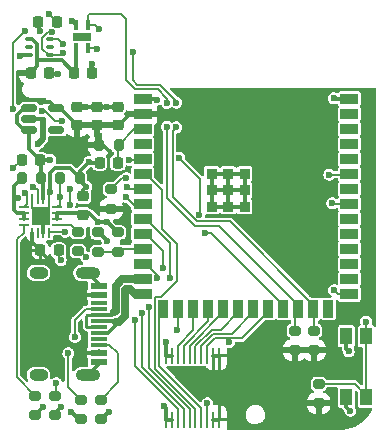
<source format=gtl>
G04 #@! TF.GenerationSoftware,KiCad,Pcbnew,6.0.5-a6ca702e91~116~ubuntu20.04.1*
G04 #@! TF.CreationDate,2022-07-03T11:06:06+00:00*
G04 #@! TF.ProjectId,PlantBuddy,506c616e-7442-4756-9464-792e6b696361,rev?*
G04 #@! TF.SameCoordinates,Original*
G04 #@! TF.FileFunction,Copper,L1,Top*
G04 #@! TF.FilePolarity,Positive*
%FSLAX46Y46*%
G04 Gerber Fmt 4.6, Leading zero omitted, Abs format (unit mm)*
G04 Created by KiCad (PCBNEW 6.0.5-a6ca702e91~116~ubuntu20.04.1) date 2022-07-03 11:06:06*
%MOMM*%
%LPD*%
G01*
G04 APERTURE LIST*
G04 Aperture macros list*
%AMRoundRect*
0 Rectangle with rounded corners*
0 $1 Rounding radius*
0 $2 $3 $4 $5 $6 $7 $8 $9 X,Y pos of 4 corners*
0 Add a 4 corners polygon primitive as box body*
4,1,4,$2,$3,$4,$5,$6,$7,$8,$9,$2,$3,0*
0 Add four circle primitives for the rounded corners*
1,1,$1+$1,$2,$3*
1,1,$1+$1,$4,$5*
1,1,$1+$1,$6,$7*
1,1,$1+$1,$8,$9*
0 Add four rect primitives between the rounded corners*
20,1,$1+$1,$2,$3,$4,$5,0*
20,1,$1+$1,$4,$5,$6,$7,0*
20,1,$1+$1,$6,$7,$8,$9,0*
20,1,$1+$1,$8,$9,$2,$3,0*%
G04 Aperture macros list end*
G04 #@! TA.AperFunction,SMDPad,CuDef*
%ADD10RoundRect,0.200000X0.275000X-0.200000X0.275000X0.200000X-0.275000X0.200000X-0.275000X-0.200000X0*%
G04 #@! TD*
G04 #@! TA.AperFunction,SMDPad,CuDef*
%ADD11RoundRect,0.225000X0.250000X-0.225000X0.250000X0.225000X-0.250000X0.225000X-0.250000X-0.225000X0*%
G04 #@! TD*
G04 #@! TA.AperFunction,SMDPad,CuDef*
%ADD12R,1.500000X0.900000*%
G04 #@! TD*
G04 #@! TA.AperFunction,SMDPad,CuDef*
%ADD13R,0.900000X1.500000*%
G04 #@! TD*
G04 #@! TA.AperFunction,ComponentPad*
%ADD14C,0.400000*%
G04 #@! TD*
G04 #@! TA.AperFunction,SMDPad,CuDef*
%ADD15R,0.900000X0.900000*%
G04 #@! TD*
G04 #@! TA.AperFunction,SMDPad,CuDef*
%ADD16RoundRect,0.200000X-0.275000X0.200000X-0.275000X-0.200000X0.275000X-0.200000X0.275000X0.200000X0*%
G04 #@! TD*
G04 #@! TA.AperFunction,SMDPad,CuDef*
%ADD17RoundRect,0.062500X0.375000X0.062500X-0.375000X0.062500X-0.375000X-0.062500X0.375000X-0.062500X0*%
G04 #@! TD*
G04 #@! TA.AperFunction,SMDPad,CuDef*
%ADD18RoundRect,0.062500X0.062500X0.375000X-0.062500X0.375000X-0.062500X-0.375000X0.062500X-0.375000X0*%
G04 #@! TD*
G04 #@! TA.AperFunction,SMDPad,CuDef*
%ADD19R,1.600000X1.600000*%
G04 #@! TD*
G04 #@! TA.AperFunction,SMDPad,CuDef*
%ADD20R,1.450000X0.600000*%
G04 #@! TD*
G04 #@! TA.AperFunction,SMDPad,CuDef*
%ADD21R,1.450000X0.300000*%
G04 #@! TD*
G04 #@! TA.AperFunction,ComponentPad*
%ADD22O,2.100000X1.000000*%
G04 #@! TD*
G04 #@! TA.AperFunction,ComponentPad*
%ADD23O,1.600000X1.000000*%
G04 #@! TD*
G04 #@! TA.AperFunction,SMDPad,CuDef*
%ADD24R,1.000000X1.450000*%
G04 #@! TD*
G04 #@! TA.AperFunction,SMDPad,CuDef*
%ADD25RoundRect,0.200000X0.200000X0.275000X-0.200000X0.275000X-0.200000X-0.275000X0.200000X-0.275000X0*%
G04 #@! TD*
G04 #@! TA.AperFunction,SMDPad,CuDef*
%ADD26RoundRect,0.218750X-0.218750X-0.256250X0.218750X-0.256250X0.218750X0.256250X-0.218750X0.256250X0*%
G04 #@! TD*
G04 #@! TA.AperFunction,SMDPad,CuDef*
%ADD27RoundRect,0.225000X-0.225000X-0.250000X0.225000X-0.250000X0.225000X0.250000X-0.225000X0.250000X0*%
G04 #@! TD*
G04 #@! TA.AperFunction,SMDPad,CuDef*
%ADD28RoundRect,0.150000X-0.512500X-0.150000X0.512500X-0.150000X0.512500X0.150000X-0.512500X0.150000X0*%
G04 #@! TD*
G04 #@! TA.AperFunction,SMDPad,CuDef*
%ADD29RoundRect,0.075000X-0.250000X-0.075000X0.250000X-0.075000X0.250000X0.075000X-0.250000X0.075000X0*%
G04 #@! TD*
G04 #@! TA.AperFunction,SMDPad,CuDef*
%ADD30RoundRect,0.225000X0.225000X0.250000X-0.225000X0.250000X-0.225000X-0.250000X0.225000X-0.250000X0*%
G04 #@! TD*
G04 #@! TA.AperFunction,SMDPad,CuDef*
%ADD31R,0.250000X1.400000*%
G04 #@! TD*
G04 #@! TA.AperFunction,SMDPad,CuDef*
%ADD32RoundRect,0.014000X0.161000X-0.361000X0.161000X0.361000X-0.161000X0.361000X-0.161000X-0.361000X0*%
G04 #@! TD*
G04 #@! TA.AperFunction,SMDPad,CuDef*
%ADD33R,1.600000X0.700000*%
G04 #@! TD*
G04 #@! TA.AperFunction,SMDPad,CuDef*
%ADD34RoundRect,0.225000X-0.250000X0.225000X-0.250000X-0.225000X0.250000X-0.225000X0.250000X0.225000X0*%
G04 #@! TD*
G04 #@! TA.AperFunction,ViaPad*
%ADD35C,0.600000*%
G04 #@! TD*
G04 #@! TA.AperFunction,Conductor*
%ADD36C,0.300000*%
G04 #@! TD*
G04 #@! TA.AperFunction,Conductor*
%ADD37C,0.350000*%
G04 #@! TD*
G04 #@! TA.AperFunction,Conductor*
%ADD38C,0.200000*%
G04 #@! TD*
G04 #@! TA.AperFunction,Conductor*
%ADD39C,0.500000*%
G04 #@! TD*
G04 #@! TA.AperFunction,Conductor*
%ADD40C,0.250000*%
G04 #@! TD*
G04 #@! TA.AperFunction,Conductor*
%ADD41C,0.700000*%
G04 #@! TD*
G04 APERTURE END LIST*
D10*
G04 #@! TO.P,R6,1*
G04 #@! TO.N,GND*
X127187080Y-73003171D03*
G04 #@! TO.P,R6,2*
G04 #@! TO.N,Net-(R6-Pad2)*
X127187080Y-71353171D03*
G04 #@! TD*
D11*
G04 #@! TO.P,C9,1*
G04 #@! TO.N,+3V3*
X130743080Y-48442171D03*
G04 #@! TO.P,C9,2*
G04 #@! TO.N,GND*
X130743080Y-46892171D03*
G04 #@! TD*
G04 #@! TO.P,C11,1*
G04 #@! TO.N,+3V3*
X129092080Y-48442171D03*
G04 #@! TO.P,C11,2*
G04 #@! TO.N,GND*
X129092080Y-46892171D03*
G04 #@! TD*
D12*
G04 #@! TO.P,U3,1,GND*
G04 #@! TO.N,GND*
X134624580Y-46217171D03*
G04 #@! TO.P,U3,2,3V3*
G04 #@! TO.N,+3V3*
X134624580Y-47487171D03*
G04 #@! TO.P,U3,3,EN*
G04 #@! TO.N,/~{tRST}*
X134624580Y-48757171D03*
G04 #@! TO.P,U3,4,IO4*
G04 #@! TO.N,unconnected-(U3-Pad4)*
X134624580Y-50027171D03*
G04 #@! TO.P,U3,5,IO5*
G04 #@! TO.N,/~CHG*
X134624580Y-51297171D03*
G04 #@! TO.P,U3,6,IO6*
G04 #@! TO.N,/EXT9*
X134624580Y-52567171D03*
G04 #@! TO.P,U3,7,IO7*
G04 #@! TO.N,/charge_disable*
X134624580Y-53837171D03*
G04 #@! TO.P,U3,8,IO15*
G04 #@! TO.N,/~PGOOD*
X134624580Y-55107171D03*
G04 #@! TO.P,U3,9,IO16*
G04 #@! TO.N,/EXT8*
X134624580Y-56377171D03*
G04 #@! TO.P,U3,10,IO17*
G04 #@! TO.N,/EXT7*
X134624580Y-57647171D03*
G04 #@! TO.P,U3,11,IO18*
G04 #@! TO.N,/batsense*
X134624580Y-58917171D03*
G04 #@! TO.P,U3,12,IO8*
G04 #@! TO.N,/EXT6*
X134624580Y-60187171D03*
G04 #@! TO.P,U3,13,IO19*
G04 #@! TO.N,/D-*
X134624580Y-61457171D03*
G04 #@! TO.P,U3,14,IO20*
G04 #@! TO.N,/D+*
X134624580Y-62727171D03*
D13*
G04 #@! TO.P,U3,15,IO3*
G04 #@! TO.N,/EXT10*
X136389580Y-63977171D03*
G04 #@! TO.P,U3,16,IO46*
G04 #@! TO.N,/tEN_Soil*
X137659580Y-63977171D03*
G04 #@! TO.P,U3,17,IO9*
G04 #@! TO.N,/tprb_bottom*
X138929580Y-63977171D03*
G04 #@! TO.P,U3,18,IO10*
G04 #@! TO.N,/EXT2*
X140199580Y-63977171D03*
G04 #@! TO.P,U3,19,IO11*
G04 #@! TO.N,/EXT3*
X141469580Y-63977171D03*
G04 #@! TO.P,U3,20,IO12*
G04 #@! TO.N,/EXT4*
X142739580Y-63977171D03*
G04 #@! TO.P,U3,21,IO13*
G04 #@! TO.N,/tprb_middle*
X144009580Y-63977171D03*
G04 #@! TO.P,U3,22,IO14*
G04 #@! TO.N,/csense*
X145279580Y-63977171D03*
G04 #@! TO.P,U3,23,IO21*
G04 #@! TO.N,/status*
X146549580Y-63977171D03*
G04 #@! TO.P,U3,24,IO47*
G04 #@! TO.N,/SDA*
X147819580Y-63977171D03*
G04 #@! TO.P,U3,25,IO48*
G04 #@! TO.N,/SCL*
X149089580Y-63977171D03*
G04 #@! TO.P,U3,26,IO45*
G04 #@! TO.N,unconnected-(U3-Pad26)*
X150359580Y-63977171D03*
D12*
G04 #@! TO.P,U3,27,IO0*
G04 #@! TO.N,/btn*
X152124580Y-62727171D03*
G04 #@! TO.P,U3,28,IO35*
G04 #@! TO.N,unconnected-(U3-Pad28)*
X152124580Y-61457171D03*
G04 #@! TO.P,U3,29,IO36*
G04 #@! TO.N,unconnected-(U3-Pad29)*
X152124580Y-60187171D03*
G04 #@! TO.P,U3,30,IO37*
G04 #@! TO.N,unconnected-(U3-Pad30)*
X152124580Y-58917171D03*
G04 #@! TO.P,U3,31,IO38*
G04 #@! TO.N,unconnected-(U3-Pad31)*
X152124580Y-57647171D03*
G04 #@! TO.P,U3,32,IO39*
G04 #@! TO.N,unconnected-(U3-Pad32)*
X152124580Y-56377171D03*
G04 #@! TO.P,U3,33,IO40*
G04 #@! TO.N,/piezo_p*
X152124580Y-55107171D03*
G04 #@! TO.P,U3,34,IO41*
G04 #@! TO.N,unconnected-(U3-Pad34)*
X152124580Y-53837171D03*
G04 #@! TO.P,U3,35,IO42*
G04 #@! TO.N,/piezo_l*
X152124580Y-52567171D03*
G04 #@! TO.P,U3,36,RXD0*
G04 #@! TO.N,unconnected-(U3-Pad36)*
X152124580Y-51297171D03*
G04 #@! TO.P,U3,37,TXD0*
G04 #@! TO.N,unconnected-(U3-Pad37)*
X152124580Y-50027171D03*
G04 #@! TO.P,U3,38,IO2*
G04 #@! TO.N,unconnected-(U3-Pad38)*
X152124580Y-48757171D03*
G04 #@! TO.P,U3,39,IO1*
G04 #@! TO.N,unconnected-(U3-Pad39)*
X152124580Y-47487171D03*
G04 #@! TO.P,U3,40,GND*
G04 #@! TO.N,GND*
X152124580Y-46217171D03*
D14*
G04 #@! TO.P,U3,41_1,GND*
X141174580Y-55337171D03*
X141874580Y-53237171D03*
X141874580Y-54637171D03*
X140474580Y-54637171D03*
X142574580Y-52537171D03*
X142574580Y-53937171D03*
X140474580Y-53237171D03*
X143274580Y-53237171D03*
X142574580Y-55337171D03*
X141174580Y-53937171D03*
X143274580Y-54637171D03*
X141174580Y-52537171D03*
D15*
X141874580Y-53937171D03*
G04 #@! TO.P,U3,41_2,GND*
X140474580Y-53937171D03*
G04 #@! TO.P,U3,41_3,GND*
X143274580Y-53937171D03*
G04 #@! TO.P,U3,41_4,GND*
X140474580Y-55337171D03*
G04 #@! TO.P,U3,41_5,GND*
X141874580Y-55337171D03*
G04 #@! TO.P,U3,41_6,GND*
X143274580Y-55337171D03*
G04 #@! TO.P,U3,41_7,GND*
X140474580Y-52537171D03*
G04 #@! TO.P,U3,41_8,GND*
X141874580Y-52537171D03*
G04 #@! TO.P,U3,41_9,GND*
X143274580Y-52537171D03*
G04 #@! TD*
D11*
G04 #@! TO.P,C8,1*
G04 #@! TO.N,+3V3*
X132521080Y-48442171D03*
G04 #@! TO.P,C8,2*
G04 #@! TO.N,GND*
X132521080Y-46892171D03*
G04 #@! TD*
D16*
G04 #@! TO.P,R10,1*
G04 #@! TO.N,Net-(R10-Pad1)*
X129155580Y-57446671D03*
G04 #@! TO.P,R10,2*
G04 #@! TO.N,GND*
X129155580Y-59096671D03*
G04 #@! TD*
D10*
G04 #@! TO.P,R13,1*
G04 #@! TO.N,/batsense*
X132521080Y-59160171D03*
G04 #@! TO.P,R13,2*
G04 #@! TO.N,+BATT*
X132521080Y-57510171D03*
G04 #@! TD*
D17*
G04 #@! TO.P,U4,1,TS*
G04 #@! TO.N,Net-(R10-Pad1)*
X127418080Y-56862671D03*
G04 #@! TO.P,U4,2,BAT*
G04 #@! TO.N,+BATT*
X127418080Y-56362671D03*
G04 #@! TO.P,U4,3,BAT*
X127418080Y-55862671D03*
G04 #@! TO.P,U4,4,~{CE}*
G04 #@! TO.N,/charge_disable*
X127418080Y-55362671D03*
D18*
G04 #@! TO.P,U4,5,EN2*
G04 #@! TO.N,GND*
X126730580Y-54675171D03*
G04 #@! TO.P,U4,6,EN1*
G04 #@! TO.N,VCC*
X126230580Y-54675171D03*
G04 #@! TO.P,U4,7,~{PGOOD}*
G04 #@! TO.N,/~PGOOD*
X125730580Y-54675171D03*
G04 #@! TO.P,U4,8,VSS*
G04 #@! TO.N,GND*
X125230580Y-54675171D03*
D17*
G04 #@! TO.P,U4,9,~{CHG}*
G04 #@! TO.N,/~CHG*
X124543080Y-55362671D03*
G04 #@! TO.P,U4,10,OUT*
G04 #@! TO.N,Net-(J2-Pad1)*
X124543080Y-55862671D03*
G04 #@! TO.P,U4,11,OUT*
X124543080Y-56362671D03*
G04 #@! TO.P,U4,12,ILIM*
G04 #@! TO.N,Net-(R5-Pad2)*
X124543080Y-56862671D03*
D18*
G04 #@! TO.P,U4,13,IN*
G04 #@! TO.N,VBUS*
X125230580Y-57550171D03*
G04 #@! TO.P,U4,14,TMR*
G04 #@! TO.N,unconnected-(U4-Pad14)*
X125730580Y-57550171D03*
G04 #@! TO.P,U4,15,TD*
G04 #@! TO.N,GND*
X126230580Y-57550171D03*
G04 #@! TO.P,U4,16,ISET*
G04 #@! TO.N,Net-(R6-Pad2)*
X126730580Y-57550171D03*
D19*
G04 #@! TO.P,U4,17,VSS*
G04 #@! TO.N,GND*
X125980580Y-56112671D03*
G04 #@! TD*
D20*
G04 #@! TO.P,J1,A1,GND*
G04 #@! TO.N,GND*
X130914580Y-62006671D03*
G04 #@! TO.P,J1,A4,VBUS*
G04 #@! TO.N,VBUS*
X130914580Y-62806671D03*
D21*
G04 #@! TO.P,J1,A5,CC1*
G04 #@! TO.N,Net-(J1-PadA5)*
X130914580Y-64006671D03*
G04 #@! TO.P,J1,A6,D+*
G04 #@! TO.N,/D+*
X130914580Y-65006671D03*
G04 #@! TO.P,J1,A7,D-*
G04 #@! TO.N,/D-*
X130914580Y-65506671D03*
G04 #@! TO.P,J1,A8,SBU1*
G04 #@! TO.N,unconnected-(J1-PadA8)*
X130914580Y-66506671D03*
D20*
G04 #@! TO.P,J1,A9,VBUS*
G04 #@! TO.N,VBUS*
X130914580Y-67706671D03*
G04 #@! TO.P,J1,A12,GND*
G04 #@! TO.N,GND*
X130914580Y-68506671D03*
G04 #@! TO.P,J1,B1,GND*
X130914580Y-68506671D03*
G04 #@! TO.P,J1,B4,VBUS*
G04 #@! TO.N,VBUS*
X130914580Y-67706671D03*
D21*
G04 #@! TO.P,J1,B5,CC2*
G04 #@! TO.N,Net-(J1-PadB5)*
X130914580Y-67006671D03*
G04 #@! TO.P,J1,B6,D+*
G04 #@! TO.N,/D+*
X130914580Y-66006671D03*
G04 #@! TO.P,J1,B7,D-*
G04 #@! TO.N,/D-*
X130914580Y-64506671D03*
G04 #@! TO.P,J1,B8,SBU2*
G04 #@! TO.N,unconnected-(J1-PadB8)*
X130914580Y-63506671D03*
D20*
G04 #@! TO.P,J1,B9,VBUS*
G04 #@! TO.N,VBUS*
X130914580Y-62806671D03*
G04 #@! TO.P,J1,B12,GND*
G04 #@! TO.N,GND*
X130914580Y-62006671D03*
D22*
G04 #@! TO.P,J1,S1,SHIELD*
X129999580Y-60936671D03*
X129999580Y-69576671D03*
D23*
X125819580Y-60936671D03*
X125819580Y-69576671D03*
G04 #@! TD*
D24*
G04 #@! TO.P,SW1,1,1*
G04 #@! TO.N,/btn*
X153572080Y-71451171D03*
X153572080Y-66301171D03*
G04 #@! TO.P,SW1,2,2*
G04 #@! TO.N,GND*
X151872080Y-66301171D03*
X151872080Y-71451171D03*
G04 #@! TD*
D16*
G04 #@! TO.P,R3,1*
G04 #@! TO.N,/SCL*
X149158080Y-65829171D03*
G04 #@! TO.P,R3,2*
G04 #@! TO.N,+3V3*
X149158080Y-67479171D03*
G04 #@! TD*
D25*
G04 #@! TO.P,R8,1*
G04 #@! TO.N,/~{tRST}*
X132584080Y-50080171D03*
G04 #@! TO.P,R8,2*
G04 #@! TO.N,+3V3*
X130934080Y-50080171D03*
G04 #@! TD*
D26*
G04 #@! TO.P,D4,1,K*
G04 #@! TO.N,/status*
X125764580Y-39666171D03*
G04 #@! TO.P,D4,2,A*
G04 #@! TO.N,Net-(D4-Pad2)*
X127339580Y-39666171D03*
G04 #@! TD*
D27*
G04 #@! TO.P,C5,1*
G04 #@! TO.N,VBUS*
X125967580Y-59033671D03*
G04 #@! TO.P,C5,2*
G04 #@! TO.N,GND*
X127517580Y-59033671D03*
G04 #@! TD*
D10*
G04 #@! TO.P,R1,1*
G04 #@! TO.N,GND*
X129409580Y-73320671D03*
G04 #@! TO.P,R1,2*
G04 #@! TO.N,Net-(J1-PadA5)*
X129409580Y-71670671D03*
G04 #@! TD*
G04 #@! TO.P,R18,1*
G04 #@! TO.N,+3V3*
X131959080Y-55496171D03*
G04 #@! TO.P,R18,2*
G04 #@! TO.N,Net-(D4-Pad2)*
X131959080Y-53846171D03*
G04 #@! TD*
D25*
G04 #@! TO.P,R11,1*
G04 #@! TO.N,VCC*
X126043580Y-52937671D03*
G04 #@! TO.P,R11,2*
G04 #@! TO.N,Net-(J2-Pad1)*
X124393580Y-52937671D03*
G04 #@! TD*
D16*
G04 #@! TO.P,R4,1*
G04 #@! TO.N,/SDA*
X147507080Y-65829171D03*
G04 #@! TO.P,R4,2*
G04 #@! TO.N,+3V3*
X147507080Y-67479171D03*
G04 #@! TD*
D28*
G04 #@! TO.P,U5,1,IN*
G04 #@! TO.N,VCC*
X125033580Y-46971171D03*
G04 #@! TO.P,U5,2,GND*
G04 #@! TO.N,GND*
X125033580Y-47921171D03*
G04 #@! TO.P,U5,3,EN*
G04 #@! TO.N,VCC*
X125033580Y-48871171D03*
G04 #@! TO.P,U5,4,NC*
G04 #@! TO.N,unconnected-(U5-Pad4)*
X127308580Y-48871171D03*
G04 #@! TO.P,U5,5,OUT*
G04 #@! TO.N,+3V3*
X127308580Y-46971171D03*
G04 #@! TD*
D29*
G04 #@! TO.P,U1,1,VDD*
G04 #@! TO.N,+3V3*
X125017080Y-41175171D03*
G04 #@! TO.P,U1,2,NC*
G04 #@! TO.N,unconnected-(U1-Pad2)*
X125017080Y-41825171D03*
G04 #@! TO.P,U1,3,GND*
G04 #@! TO.N,GND*
X125017080Y-42475171D03*
G04 #@! TO.P,U1,4,SCL*
G04 #@! TO.N,/SCL*
X126817080Y-42475171D03*
G04 #@! TO.P,U1,5,INT*
G04 #@! TO.N,unconnected-(U1-Pad5)*
X126817080Y-41825171D03*
G04 #@! TO.P,U1,6,SDA*
G04 #@! TO.N,/SDA*
X126817080Y-41175171D03*
G04 #@! TD*
D30*
G04 #@! TO.P,C3,1*
G04 #@! TO.N,/~{tRST}*
X132534080Y-51604171D03*
G04 #@! TO.P,C3,2*
G04 #@! TO.N,GND*
X130984080Y-51604171D03*
G04 #@! TD*
D10*
G04 #@! TO.P,R14,1*
G04 #@! TO.N,/batsense*
X130870080Y-59160171D03*
G04 #@! TO.P,R14,2*
G04 #@! TO.N,GND*
X130870080Y-57510171D03*
G04 #@! TD*
D16*
G04 #@! TO.P,R7,1*
G04 #@! TO.N,/btn*
X149539080Y-70337171D03*
G04 #@! TO.P,R7,2*
G04 #@! TO.N,+3V3*
X149539080Y-71987171D03*
G04 #@! TD*
D27*
G04 #@! TO.P,C2,1*
G04 #@! TO.N,+3V3*
X125142080Y-43984171D03*
G04 #@! TO.P,C2,2*
G04 #@! TO.N,GND*
X126692080Y-43984171D03*
G04 #@! TD*
G04 #@! TO.P,C1,1*
G04 #@! TO.N,+3V3*
X128825080Y-43984171D03*
G04 #@! TO.P,C1,2*
G04 #@! TO.N,GND*
X130375080Y-43984171D03*
G04 #@! TD*
D31*
G04 #@! TO.P,J4,1,Pin_1*
G04 #@! TO.N,GND*
X136599080Y-73351171D03*
G04 #@! TO.P,J4,2,Pin_2*
X136599080Y-67951171D03*
G04 #@! TO.P,J4,3,Pin_3*
X137099080Y-73351171D03*
G04 #@! TO.P,J4,4,Pin_4*
X137099080Y-67951171D03*
G04 #@! TO.P,J4,5,Pin_5*
G04 #@! TO.N,/EXT6*
X137599080Y-73351171D03*
G04 #@! TO.P,J4,6,Pin_6*
G04 #@! TO.N,/tprb_bottom*
X137599080Y-67951171D03*
G04 #@! TO.P,J4,7,Pin_7*
G04 #@! TO.N,/EXT7*
X138099080Y-73351171D03*
G04 #@! TO.P,J4,8,Pin_8*
G04 #@! TO.N,/EXT2*
X138099080Y-67951171D03*
G04 #@! TO.P,J4,9,Pin_9*
G04 #@! TO.N,/EXT8*
X138599080Y-73351171D03*
G04 #@! TO.P,J4,10,Pin_10*
G04 #@! TO.N,/EXT3*
X138599080Y-67951171D03*
G04 #@! TO.P,J4,11,Pin_11*
G04 #@! TO.N,/EXT9*
X139099080Y-73351171D03*
G04 #@! TO.P,J4,12,Pin_12*
G04 #@! TO.N,/EXT4*
X139099080Y-67951171D03*
G04 #@! TO.P,J4,13,Pin_13*
G04 #@! TO.N,/EXT10*
X139599080Y-73351171D03*
G04 #@! TO.P,J4,14,Pin_14*
G04 #@! TO.N,/tprb_middle*
X139599080Y-67951171D03*
G04 #@! TO.P,J4,15,Pin_15*
G04 #@! TO.N,/tEN_Soil*
X140099080Y-73351171D03*
G04 #@! TO.P,J4,16,Pin_16*
G04 #@! TO.N,/csense*
X140099080Y-67951171D03*
G04 #@! TO.P,J4,17,Pin_17*
G04 #@! TO.N,+3V3*
X140599080Y-73351171D03*
G04 #@! TO.P,J4,18,Pin_18*
X140599080Y-67951171D03*
G04 #@! TO.P,J4,19,Pin_19*
X141099080Y-73351171D03*
G04 #@! TO.P,J4,20,Pin_20*
X141099080Y-67951171D03*
G04 #@! TD*
D25*
G04 #@! TO.P,R9,1*
G04 #@! TO.N,GND*
X129282080Y-52874171D03*
G04 #@! TO.P,R9,2*
G04 #@! TO.N,/charge_disable*
X127632080Y-52874171D03*
G04 #@! TD*
D10*
G04 #@! TO.P,R5,1*
G04 #@! TO.N,GND*
X125536080Y-73003171D03*
G04 #@! TO.P,R5,2*
G04 #@! TO.N,Net-(R5-Pad2)*
X125536080Y-71353171D03*
G04 #@! TD*
D30*
G04 #@! TO.P,C10,1*
G04 #@! TO.N,VCC*
X125930080Y-51350171D03*
G04 #@! TO.P,C10,2*
G04 #@! TO.N,GND*
X124380080Y-51350171D03*
G04 #@! TD*
D10*
G04 #@! TO.P,R2,1*
G04 #@! TO.N,GND*
X131060580Y-73320671D03*
G04 #@! TO.P,R2,2*
G04 #@! TO.N,Net-(J1-PadB5)*
X131060580Y-71670671D03*
G04 #@! TD*
D32*
G04 #@! TO.P,U2,1,VDD*
G04 #@! TO.N,+3V3*
X128973080Y-41906171D03*
G04 #@! TO.P,U2,2,SCL*
G04 #@! TO.N,/SCL*
X129973080Y-41906171D03*
G04 #@! TO.P,U2,3,SDA*
G04 #@! TO.N,/SDA*
X129973080Y-39966171D03*
G04 #@! TO.P,U2,4,VSS*
G04 #@! TO.N,GND*
X128973080Y-39966171D03*
D33*
G04 #@! TO.P,U2,5,NC*
G04 #@! TO.N,unconnected-(U2-Pad5)*
X129473080Y-40936171D03*
G04 #@! TD*
D34*
G04 #@! TO.P,C6,1*
G04 #@! TO.N,GND*
X129600080Y-54448671D03*
G04 #@! TO.P,C6,2*
G04 #@! TO.N,+BATT*
X129600080Y-55998671D03*
G04 #@! TD*
D35*
G04 #@! TO.N,+BATT*
X131617080Y-56606171D03*
X130844080Y-56606171D03*
G04 #@! TO.N,+3V3*
X146859080Y-58831171D03*
G04 #@! TO.N,/SDA*
X127844080Y-41531171D03*
X136679080Y-48561171D03*
X130919080Y-40256171D03*
X136686680Y-46549571D03*
G04 #@! TO.N,/SCL*
X127869080Y-42331171D03*
X126933080Y-40571671D03*
X130743080Y-41952171D03*
X137474080Y-46524171D03*
X137479080Y-48601171D03*
X133791080Y-42206171D03*
G04 #@! TO.N,GND*
X127441080Y-44111171D03*
X129854080Y-53636171D03*
X131632080Y-58208171D03*
X126759453Y-54079370D03*
X130362080Y-43222171D03*
X136469080Y-72211171D03*
X128673749Y-39630671D03*
X131759080Y-72686171D03*
X135823080Y-46270171D03*
X125980580Y-56112671D03*
X152079080Y-67580605D03*
X129854080Y-59605171D03*
X129854080Y-46905171D03*
X124266080Y-42587171D03*
X125764680Y-50003971D03*
X152206080Y-72597171D03*
X130122185Y-51512671D03*
X126171080Y-72305171D03*
X150809080Y-46143171D03*
X126173512Y-47988360D03*
X131632080Y-46905171D03*
X128584080Y-72686171D03*
X123644080Y-52081171D03*
X127695080Y-59859171D03*
X127695080Y-72305171D03*
X136639080Y-66761171D03*
G04 #@! TO.N,VCC*
X126806080Y-51350171D03*
G04 #@! TO.N,/~PGOOD*
X128457080Y-53874170D03*
X125340034Y-53698204D03*
X133219080Y-54481171D03*
X128457080Y-55160169D03*
G04 #@! TO.N,/~CHG*
X133483567Y-51349719D03*
X124669080Y-54156171D03*
G04 #@! TO.N,Net-(J1-PadA5)*
X128330080Y-67733171D03*
X128889218Y-66357777D03*
G04 #@! TO.N,Net-(J2-Pad1)*
X124069080Y-54631171D03*
G04 #@! TO.N,/piezo_p*
X150682080Y-55033171D03*
G04 #@! TO.N,/piezo_l*
X150428080Y-52620171D03*
G04 #@! TO.N,Net-(R6-Pad2)*
X128076080Y-57446171D03*
X127314080Y-70273171D03*
G04 #@! TO.N,/btn*
X153544080Y-65056171D03*
X150844080Y-62406171D03*
G04 #@! TO.N,Net-(D4-Pad2)*
X126679080Y-39031171D03*
X124647080Y-40428171D03*
X133238026Y-52926445D03*
X123631080Y-47032171D03*
G04 #@! TO.N,/status*
X139440264Y-56015987D03*
X125967202Y-40452004D03*
X137719080Y-51181171D03*
X126145680Y-47235371D03*
X127771280Y-48117671D03*
X139944080Y-57531171D03*
G04 #@! TO.N,/EXT6*
X134010497Y-64906171D03*
X135879080Y-61331171D03*
G04 #@! TO.N,/charge_disable*
X127632080Y-54525171D03*
X133270005Y-53679268D03*
G04 #@! TO.N,/csense*
X141939080Y-66791171D03*
G04 #@! TO.N,/EXT7*
X136389080Y-60521171D03*
X134563997Y-64311450D03*
G04 #@! TO.N,/EXT8*
X136986080Y-61384009D03*
X135132080Y-63816427D03*
G04 #@! TO.N,/tEN_Soil*
X137559080Y-65781171D03*
X140109080Y-71981171D03*
G04 #@! TD*
D36*
G04 #@! TO.N,+BATT*
X127418080Y-55862671D02*
X130100580Y-55862671D01*
X131617080Y-56606171D02*
X130844080Y-56606171D01*
X127418080Y-56362671D02*
X127418080Y-55862671D01*
X132521080Y-57510171D02*
X131617080Y-56606171D01*
X130100580Y-55862671D02*
X130844080Y-56606171D01*
G04 #@! TO.N,+3V3*
X125142080Y-43984171D02*
X125692080Y-43434171D01*
X125692080Y-41574130D02*
X125293121Y-41175171D01*
D37*
X132521080Y-48442171D02*
X132635080Y-48442171D01*
X127308580Y-46971171D02*
X127621080Y-46971171D01*
D36*
X140599080Y-73351171D02*
X141099080Y-73351171D01*
X125751080Y-42929171D02*
X127770080Y-42929171D01*
D37*
X129092080Y-48442171D02*
X130743080Y-48442171D01*
D36*
X125692080Y-43434171D02*
X125692080Y-42812171D01*
D37*
X126768580Y-46431171D02*
X125969080Y-46431171D01*
D36*
X125692080Y-42812171D02*
X125663080Y-42841171D01*
X147507080Y-67479171D02*
X149158080Y-67479171D01*
X125692080Y-42812171D02*
X125692080Y-41574130D01*
X125293121Y-41175171D02*
X125017080Y-41175171D01*
X127770080Y-42929171D02*
X128825080Y-43984171D01*
X128973080Y-43836171D02*
X128825080Y-43984171D01*
D37*
X133590080Y-47487171D02*
X134624580Y-47487171D01*
D36*
X128973080Y-41906171D02*
X128973080Y-43836171D01*
X131243080Y-50080171D02*
X131869080Y-50706171D01*
D37*
X127308580Y-46971171D02*
X126768580Y-46431171D01*
D36*
X130934080Y-50080171D02*
X131243080Y-50080171D01*
X140599080Y-67951171D02*
X141099080Y-67951171D01*
D37*
X130743080Y-48442171D02*
X130743080Y-50207171D01*
X132635080Y-48442171D02*
X133590080Y-47487171D01*
X127621080Y-46971171D02*
X129092080Y-48442171D01*
D36*
X125663080Y-42841171D02*
X125751080Y-42929171D01*
D37*
X130743080Y-48442171D02*
X132521080Y-48442171D01*
D38*
G04 #@! TO.N,/~{tRST}*
X133907080Y-48757171D02*
X134624580Y-48757171D01*
X132534080Y-51604171D02*
X132534080Y-50130171D01*
X132534080Y-50130171D02*
X132584080Y-50080171D01*
X132584080Y-50080171D02*
X133907080Y-48757171D01*
G04 #@! TO.N,/SDA*
X135911601Y-45399672D02*
X134006601Y-45399672D01*
X127488080Y-41175171D02*
X127844080Y-41531171D01*
X147819580Y-63977171D02*
X147819580Y-63677171D01*
X129973080Y-39966171D02*
X130629080Y-39966171D01*
X136679080Y-54621171D02*
X136679080Y-48561171D01*
X139019080Y-56961171D02*
X136679080Y-54621171D01*
X147507080Y-65829171D02*
X147507080Y-64289671D01*
X133191580Y-44584651D02*
X133191580Y-39447671D01*
X134006601Y-45399672D02*
X133191580Y-44584651D01*
X129973080Y-39166171D02*
X129973080Y-39966171D01*
X132775080Y-39031171D02*
X130108080Y-39031171D01*
X136693579Y-46181650D02*
X135911601Y-45399672D01*
X147819580Y-63677171D02*
X141103580Y-56961171D01*
X126817080Y-41175171D02*
X127488080Y-41175171D01*
X141103580Y-56961171D02*
X139019080Y-56961171D01*
X130108080Y-39031171D02*
X129973080Y-39166171D01*
X147507080Y-64289671D02*
X147819580Y-63977171D01*
X136693579Y-46181650D02*
X136693579Y-46542672D01*
X136693579Y-46542672D02*
X136686680Y-46549571D01*
X133191580Y-39447671D02*
X132775080Y-39031171D01*
X130629080Y-39966171D02*
X130919080Y-40256171D01*
G04 #@! TO.N,/SCL*
X129973080Y-41906171D02*
X130697080Y-41906171D01*
X149158080Y-64045671D02*
X149089580Y-63977171D01*
X134172080Y-45000171D02*
X133791080Y-44619171D01*
X126817080Y-42475171D02*
X127725080Y-42475171D01*
X126630304Y-40571671D02*
X126933080Y-40571671D01*
X126144080Y-41942447D02*
X126144080Y-41057895D01*
X133791080Y-44619171D02*
X133791080Y-42206171D01*
X141993080Y-56580671D02*
X139222180Y-56580671D01*
X136077080Y-45000171D02*
X134172080Y-45000171D01*
X137474080Y-46524171D02*
X137474080Y-46397171D01*
X149089580Y-63977171D02*
X149089580Y-63677171D01*
X149089580Y-63677171D02*
X141993080Y-56580671D01*
X139222180Y-56580671D02*
X137159080Y-54517571D01*
X130697080Y-41906171D02*
X130743080Y-41952171D01*
X137474080Y-46397171D02*
X136077080Y-45000171D01*
X137159080Y-48921171D02*
X137479080Y-48601171D01*
X127725080Y-42475171D02*
X127869080Y-42331171D01*
X126817080Y-42475171D02*
X126676804Y-42475171D01*
X126144080Y-41057895D02*
X126630304Y-40571671D01*
X137159080Y-54517571D02*
X137159080Y-48921171D01*
X149158080Y-65829171D02*
X149158080Y-64045671D01*
X126676804Y-42475171D02*
X126144080Y-41942447D01*
D36*
G04 #@! TO.N,GND*
X129282080Y-52352776D02*
X130122185Y-51512671D01*
X126819080Y-44111171D02*
X127441080Y-44111171D01*
X130934080Y-57510171D02*
X131632080Y-58208171D01*
X141874580Y-55337171D02*
X141874580Y-53937171D01*
X126106323Y-47921171D02*
X126173512Y-47988360D01*
X151872080Y-66301171D02*
X151872080Y-67373605D01*
X137099080Y-73351171D02*
X136599080Y-73351171D01*
X130375080Y-43235171D02*
X130362080Y-43222171D01*
X131645080Y-46892171D02*
X131632080Y-46905171D01*
D38*
X126730580Y-54675171D02*
X126730580Y-54108243D01*
D36*
X127194080Y-52031171D02*
X128439080Y-52031171D01*
X130914580Y-68506671D02*
X130914580Y-68661671D01*
X151872080Y-72263171D02*
X152206080Y-72597171D01*
X131619080Y-46892171D02*
X131632080Y-46905171D01*
X124378080Y-42475171D02*
X124266080Y-42587171D01*
X125536080Y-73003171D02*
X125536080Y-72940171D01*
X129282080Y-53064171D02*
X129854080Y-53636171D01*
X130914580Y-61851671D02*
X129999580Y-60936671D01*
X128439080Y-52031171D02*
X129282080Y-52874171D01*
D39*
X126173512Y-47988360D02*
X126173512Y-49595139D01*
D36*
X129841080Y-46892171D02*
X129854080Y-46905171D01*
X129218580Y-73320671D02*
X128584080Y-72686171D01*
X129282080Y-52874171D02*
X129282080Y-53064171D01*
X129600080Y-54448671D02*
X129600080Y-53890171D01*
X141874580Y-52537171D02*
X141874580Y-53937171D01*
X136599080Y-73351171D02*
X136599080Y-72341171D01*
X135770080Y-46217171D02*
X135823080Y-46270171D01*
D38*
X126730580Y-54108243D02*
X126759453Y-54079370D01*
X125280580Y-54725171D02*
X125280580Y-55412671D01*
D36*
X128973080Y-39966171D02*
X128973080Y-39930002D01*
X130914580Y-68661671D02*
X129999580Y-69576671D01*
X126230580Y-57550171D02*
X126230580Y-56362671D01*
X136599080Y-67951171D02*
X137099080Y-67951171D01*
D38*
X129345580Y-59096671D02*
X129854080Y-59605171D01*
X129155580Y-59096671D02*
X129345580Y-59096671D01*
D36*
X143274580Y-52537171D02*
X143274580Y-53937171D01*
X125536080Y-72940171D02*
X126171080Y-72305171D01*
D38*
X126680580Y-54725171D02*
X126680580Y-55412671D01*
D36*
X130213685Y-51604171D02*
X130122185Y-51512671D01*
X125017080Y-42475171D02*
X124378080Y-42475171D01*
X136599080Y-66801171D02*
X136639080Y-66761171D01*
X151872080Y-71451171D02*
X151872080Y-72263171D01*
D38*
X124375080Y-51350171D02*
X123644080Y-52081171D01*
D36*
X140474580Y-55337171D02*
X140474580Y-53937171D01*
X126692080Y-43984171D02*
X126819080Y-44111171D01*
X143274580Y-55337171D02*
X143274580Y-53937171D01*
X127187080Y-72813171D02*
X127695080Y-72305171D01*
X134624580Y-46217171D02*
X135770080Y-46217171D01*
D38*
X126680580Y-55412671D02*
X125980580Y-56112671D01*
D36*
X132521080Y-46892171D02*
X131645080Y-46892171D01*
X129282080Y-52874171D02*
X129282080Y-52352776D01*
X143274580Y-55337171D02*
X140474580Y-55337171D01*
D39*
X126173512Y-49595139D02*
X125764680Y-50003971D01*
D38*
X125230580Y-54675171D02*
X125280580Y-54725171D01*
D36*
X130870080Y-57510171D02*
X130934080Y-57510171D01*
X129600080Y-53890171D02*
X129854080Y-53636171D01*
D38*
X127517580Y-59681671D02*
X127695080Y-59859171D01*
D36*
X143274580Y-53937171D02*
X141874580Y-53937171D01*
D38*
X127517580Y-59033671D02*
X127517580Y-59681671D01*
D36*
X130984080Y-51604171D02*
X130213685Y-51604171D01*
X128973080Y-39930002D02*
X128673749Y-39630671D01*
X126230580Y-56362671D02*
X125980580Y-56112671D01*
X131060580Y-73320671D02*
X131124580Y-73320671D01*
X130743080Y-46892171D02*
X129867080Y-46892171D01*
X141874580Y-53937171D02*
X140474580Y-53937171D01*
X125033580Y-47921171D02*
X126106323Y-47921171D01*
X126759453Y-52465798D02*
X127194080Y-52031171D01*
X151872080Y-67373605D02*
X152079080Y-67580605D01*
X130375080Y-43984171D02*
X130375080Y-43235171D01*
D38*
X125280580Y-55412671D02*
X125980580Y-56112671D01*
D36*
X150883080Y-46217171D02*
X150809080Y-46143171D01*
X129409580Y-73320671D02*
X129218580Y-73320671D01*
X129867080Y-46892171D02*
X129854080Y-46905171D01*
X140474580Y-53937171D02*
X140474580Y-52537171D01*
X129092080Y-46892171D02*
X129841080Y-46892171D01*
X127187080Y-73003171D02*
X127187080Y-72813171D01*
X126759453Y-54079370D02*
X126759453Y-52465798D01*
X130743080Y-46892171D02*
X131619080Y-46892171D01*
X152124580Y-46217171D02*
X150883080Y-46217171D01*
X130914580Y-62006671D02*
X130914580Y-61851671D01*
X136599080Y-67951171D02*
X136599080Y-66801171D01*
X131124580Y-73320671D02*
X131759080Y-72686171D01*
D38*
X126730580Y-54675171D02*
X126680580Y-54725171D01*
D36*
X136599080Y-72341171D02*
X136469080Y-72211171D01*
D38*
X124380080Y-51350171D02*
X124375080Y-51350171D01*
D36*
X140474580Y-52537171D02*
X143274580Y-52537171D01*
G04 #@! TO.N,VBUS*
X125967580Y-59033671D02*
X125230580Y-58296671D01*
X129640548Y-62723171D02*
X129657080Y-62723171D01*
X125967580Y-59033671D02*
X125967580Y-59050203D01*
X128203080Y-64177171D02*
X129657080Y-62723171D01*
X129657080Y-62723171D02*
X129740580Y-62806671D01*
X128203080Y-66590171D02*
X128203080Y-64177171D01*
X125967580Y-59033671D02*
X125980580Y-59033671D01*
X129740580Y-62806671D02*
X130914580Y-62806671D01*
X130914580Y-67706671D02*
X129319580Y-67706671D01*
X125967580Y-59050203D02*
X129640548Y-62723171D01*
X129319580Y-67706671D02*
X128203080Y-66590171D01*
X125230580Y-58296671D02*
X125230580Y-57550171D01*
G04 #@! TO.N,VCC*
X126043580Y-51463671D02*
X125930080Y-51350171D01*
X124613973Y-46971171D02*
X124021080Y-47564064D01*
X126043580Y-52937671D02*
X126043580Y-51463671D01*
X126159580Y-54148362D02*
X126155953Y-54144735D01*
X125033580Y-48871171D02*
X125033580Y-50453671D01*
X124021080Y-48278278D02*
X124613973Y-48871171D01*
X126159580Y-54604171D02*
X126159580Y-54148362D01*
X124021080Y-47564064D02*
X124021080Y-48278278D01*
X126155953Y-53050044D02*
X126043580Y-52937671D01*
X125033580Y-46971171D02*
X124613973Y-46971171D01*
X126806080Y-51350171D02*
X125930080Y-51350171D01*
X125033580Y-50453671D02*
X125930080Y-51350171D01*
X124613973Y-48871171D02*
X125033580Y-48871171D01*
X126155953Y-54144735D02*
X126155953Y-53050044D01*
X126230580Y-54675171D02*
X126159580Y-54604171D01*
D38*
G04 #@! TO.N,/~PGOOD*
X133898080Y-55160171D02*
X133219080Y-54481171D01*
X125460967Y-53819137D02*
X125340034Y-53698204D01*
X125694582Y-53819137D02*
X125460967Y-53819137D01*
X125730580Y-54675171D02*
X125730580Y-53855135D01*
X128457080Y-55160169D02*
X128457080Y-53874170D01*
X125730580Y-53855135D02*
X125694582Y-53819137D01*
X134677580Y-55160171D02*
X133898080Y-55160171D01*
G04 #@! TO.N,/~CHG*
X124800687Y-54287778D02*
X124669080Y-54156171D01*
X134572032Y-51349719D02*
X134624580Y-51297171D01*
X124543080Y-55362671D02*
X124800687Y-55105064D01*
X124800687Y-55105064D02*
X124800687Y-54287778D01*
X133483567Y-51349719D02*
X134572032Y-51349719D01*
G04 #@! TO.N,Net-(J1-PadA5)*
X128330080Y-70591171D02*
X129409580Y-71670671D01*
X129804540Y-64006671D02*
X128889218Y-64921993D01*
X130914580Y-64006671D02*
X129804540Y-64006671D01*
X128889218Y-64921993D02*
X128889218Y-66357777D01*
X128330080Y-67733171D02*
X128330080Y-70591171D01*
G04 #@! TO.N,Net-(J1-PadB5)*
X132521080Y-67718671D02*
X131809080Y-67006671D01*
X132521080Y-70210171D02*
X132521080Y-67718671D01*
X131809080Y-67006671D02*
X130914580Y-67006671D01*
X131060580Y-71670671D02*
X132521080Y-70210171D01*
D36*
G04 #@! TO.N,Net-(J2-Pad1)*
X123755580Y-53575671D02*
X124393580Y-52937671D01*
X124543080Y-56362671D02*
X124543080Y-55862671D01*
X123906080Y-54631171D02*
X124069080Y-54631171D01*
X124022217Y-55862671D02*
X123755580Y-55596034D01*
X124543080Y-55862671D02*
X124022217Y-55862671D01*
X123755580Y-54781671D02*
X123755580Y-54527671D01*
X123755580Y-55596034D02*
X123755580Y-54781671D01*
X123755580Y-54781671D02*
X123906080Y-54631171D01*
X123755580Y-54527671D02*
X123755580Y-53575671D01*
D38*
G04 #@! TO.N,/piezo_p*
X150756080Y-55107171D02*
X150682080Y-55033171D01*
X152124580Y-55107171D02*
X150756080Y-55107171D01*
G04 #@! TO.N,/piezo_l*
X150428080Y-52620171D02*
X152071580Y-52620171D01*
X152071580Y-52620171D02*
X152124580Y-52567171D01*
G04 #@! TO.N,Net-(R5-Pad2)*
X124543080Y-56862671D02*
X124543080Y-57532171D01*
X124543080Y-57532171D02*
X123969080Y-58106171D01*
X123969080Y-58106171D02*
X123969080Y-69786171D01*
X123969080Y-69786171D02*
X125536080Y-71353171D01*
G04 #@! TO.N,Net-(R6-Pad2)*
X127314080Y-71226171D02*
X127187080Y-71353171D01*
X126834580Y-57446171D02*
X128076080Y-57446171D01*
X126730580Y-57550171D02*
X126834580Y-57446171D01*
X127314080Y-70273171D02*
X127314080Y-71226171D01*
G04 #@! TO.N,/btn*
X153572080Y-71451171D02*
X153572080Y-66301171D01*
X152124580Y-62727171D02*
X151165080Y-62727171D01*
X151165080Y-62727171D02*
X150844080Y-62406171D01*
X153544080Y-65056171D02*
X153544080Y-66273171D01*
X152583080Y-70337171D02*
X153572080Y-71326171D01*
X153572080Y-71326171D02*
X153572080Y-71451171D01*
X149539080Y-70337171D02*
X152583080Y-70337171D01*
X153544080Y-66273171D02*
X153572080Y-66301171D01*
G04 #@! TO.N,Net-(R10-Pad1)*
X127434080Y-56846671D02*
X128555580Y-56846671D01*
X127418080Y-56862671D02*
X127434080Y-56846671D01*
X128555580Y-56846671D02*
X129155580Y-57446671D01*
G04 #@! TO.N,/batsense*
X130870080Y-59160171D02*
X132521080Y-59160171D01*
X132764080Y-58917171D02*
X132521080Y-59160171D01*
X134624580Y-58917171D02*
X132764080Y-58917171D01*
D40*
G04 #@! TO.N,/D+*
X130914580Y-65006671D02*
X131680429Y-65006671D01*
D36*
X132244580Y-65006671D02*
X132344080Y-65106171D01*
D41*
X133940080Y-62727171D02*
X133519080Y-62306171D01*
X133219080Y-62306171D02*
X133170581Y-62354670D01*
D38*
X132519580Y-65006671D02*
X132619080Y-65106171D01*
D41*
X134624580Y-62727171D02*
X133940080Y-62727171D01*
D36*
X131680429Y-65006671D02*
X132244580Y-65006671D01*
D41*
X132619080Y-65106171D02*
X132344080Y-65106171D01*
X133170581Y-62354670D02*
X133170581Y-64554670D01*
D36*
X131718580Y-66006671D02*
X132619080Y-65106171D01*
D41*
X133519080Y-62306171D02*
X133219080Y-62306171D01*
X133170581Y-64554670D02*
X132619080Y-65106171D01*
D36*
X130914580Y-66006671D02*
X131718580Y-66006671D01*
D41*
G04 #@! TO.N,/D-*
X132899232Y-61457171D02*
X132344080Y-62012323D01*
X134624580Y-61457171D02*
X132899232Y-61457171D01*
D40*
X129864580Y-64547671D02*
X129928180Y-64484071D01*
D41*
X132344080Y-62012323D02*
X132344080Y-64156171D01*
X132344080Y-64156171D02*
X132219080Y-64281171D01*
D40*
X129864580Y-65481671D02*
X129864580Y-64547671D01*
D36*
X130914580Y-64506671D02*
X131993580Y-64506671D01*
D40*
X130914580Y-65506671D02*
X129889580Y-65506671D01*
X129928180Y-64484071D02*
X130914580Y-64484071D01*
X129889580Y-65506671D02*
X129864580Y-65481671D01*
D36*
X131993580Y-64506671D02*
X132219080Y-64281171D01*
D38*
G04 #@! TO.N,Net-(D4-Pad2)*
X127339580Y-39666171D02*
X127314080Y-39666171D01*
X123631080Y-41444171D02*
X123631080Y-47032171D01*
X131959080Y-53846171D02*
X132878806Y-52926445D01*
X124647080Y-40428171D02*
X123631080Y-41444171D01*
X132878806Y-52926445D02*
X133238026Y-52926445D01*
X127314080Y-39666171D02*
X126679080Y-39031171D01*
G04 #@! TO.N,/status*
X125764580Y-39666171D02*
X125967202Y-39868793D01*
X126338938Y-47235371D02*
X126145680Y-47235371D01*
X146549580Y-63677171D02*
X140403580Y-57531171D01*
X127771280Y-48117671D02*
X127221238Y-48117671D01*
X139489080Y-52951171D02*
X139489080Y-55967171D01*
X125967202Y-39868793D02*
X125967202Y-40452004D01*
X127221238Y-48117671D02*
X126338938Y-47235371D01*
X139489080Y-55967171D02*
X139440264Y-56015987D01*
X140403580Y-57531171D02*
X139944080Y-57531171D01*
X137719080Y-51181171D02*
X139489080Y-52951171D01*
X146549580Y-63977171D02*
X146549580Y-63677171D01*
G04 #@! TO.N,/EXT2*
X138099080Y-67131171D02*
X138099080Y-67951171D01*
X140199580Y-63977171D02*
X140199580Y-65030671D01*
X140199580Y-65030671D02*
X138099080Y-67131171D01*
G04 #@! TO.N,/EXT3*
X138599080Y-67147671D02*
X138599080Y-67951171D01*
X141469580Y-63977171D02*
X141469580Y-64277171D01*
X141469580Y-64277171D02*
X138599080Y-67147671D01*
G04 #@! TO.N,/EXT4*
X139099080Y-67147597D02*
X139099080Y-67951171D01*
X141235580Y-65781171D02*
X140465506Y-65781171D01*
X142739580Y-64277171D02*
X141235580Y-65781171D01*
X140465506Y-65781171D02*
X139099080Y-67147597D01*
X142739580Y-63977171D02*
X142739580Y-64277171D01*
G04 #@! TO.N,/EXT6*
X137599080Y-72451171D02*
X134010497Y-68862588D01*
X134624580Y-60187171D02*
X134924580Y-60187171D01*
X137599080Y-73351171D02*
X137599080Y-72451171D01*
X134010497Y-68862588D02*
X134010497Y-64906171D01*
X135879080Y-61141671D02*
X135879080Y-61331171D01*
X134924580Y-60187171D02*
X135879080Y-61141671D01*
G04 #@! TO.N,/charge_disable*
X127418080Y-55362671D02*
X127632080Y-55148671D01*
X133427908Y-53837171D02*
X133270005Y-53679268D01*
X134624580Y-53837171D02*
X133427908Y-53837171D01*
X127632080Y-55148671D02*
X127632080Y-54525171D01*
X127632080Y-52874171D02*
X127632080Y-54525171D01*
G04 #@! TO.N,/csense*
X145279580Y-64277171D02*
X145279580Y-63977171D01*
X142006082Y-66488173D02*
X143068578Y-66488173D01*
X140099080Y-67147449D02*
X140758356Y-66488173D01*
X141939080Y-66555175D02*
X142006082Y-66488173D01*
X141939080Y-66791171D02*
X141939080Y-66555175D01*
X140758356Y-66488173D02*
X142006082Y-66488173D01*
X143068578Y-66488173D02*
X145279580Y-64277171D01*
X140099080Y-67951171D02*
X140099080Y-67147449D01*
G04 #@! TO.N,/EXT7*
X134624580Y-57647171D02*
X134924580Y-57647171D01*
X138099080Y-73351171D02*
X138099080Y-72451171D01*
X134563997Y-68916088D02*
X134563997Y-64311450D01*
X138099080Y-72451171D02*
X134563997Y-68916088D01*
X136389080Y-59111671D02*
X136389080Y-60521171D01*
X134924580Y-57647171D02*
X136389080Y-59111671D01*
G04 #@! TO.N,/EXT8*
X138599080Y-72451171D02*
X135132080Y-68984171D01*
X138599080Y-73351171D02*
X138599080Y-72451171D01*
X135132080Y-68984171D02*
X135132080Y-63816427D01*
X134624580Y-56377171D02*
X134924580Y-56377171D01*
X134924580Y-56377171D02*
X136986080Y-58438671D01*
X136986080Y-58438671D02*
X136986080Y-61384009D01*
G04 #@! TO.N,/EXT9*
X139099080Y-73351171D02*
X139099080Y-72451171D01*
X139099080Y-72451171D02*
X135685580Y-69037671D01*
X134924580Y-52567171D02*
X134624580Y-52567171D01*
X135685580Y-62973171D02*
X136179686Y-62973171D01*
X136299080Y-53941671D02*
X134924580Y-52567171D01*
X137539580Y-58492245D02*
X136299080Y-57251745D01*
X137539580Y-61613277D02*
X137539580Y-58492245D01*
X135685580Y-69037671D02*
X135685580Y-62973171D01*
X136179686Y-62973171D02*
X137539580Y-61613277D01*
X136299080Y-57251745D02*
X136299080Y-53941671D01*
G04 #@! TO.N,/EXT10*
X139599080Y-73351171D02*
X139599080Y-72383939D01*
X136039081Y-64327670D02*
X136389580Y-63977171D01*
X139599080Y-72383939D02*
X136039081Y-68823938D01*
X136039081Y-68823938D02*
X136039081Y-64327670D01*
G04 #@! TO.N,/tprb_bottom*
X137599080Y-67111171D02*
X137599080Y-67951171D01*
X138929580Y-65780671D02*
X137599080Y-67111171D01*
X138929580Y-63977171D02*
X138929580Y-65780671D01*
G04 #@! TO.N,/tprb_middle*
X139599080Y-67951171D02*
X139599080Y-67147523D01*
X144009580Y-64277171D02*
X144009580Y-63977171D01*
X140611931Y-66134672D02*
X142152079Y-66134672D01*
X139599080Y-67147523D02*
X140611931Y-66134672D01*
X142152079Y-66134672D02*
X144009580Y-64277171D01*
G04 #@! TO.N,/tEN_Soil*
X140109080Y-73341171D02*
X140099080Y-73351171D01*
X140109080Y-71981171D02*
X140109080Y-73341171D01*
X137659580Y-63977171D02*
X137659580Y-65680671D01*
X137659580Y-65680671D02*
X137559080Y-65781171D01*
G04 #@! TD*
G04 #@! TA.AperFunction,Conductor*
G04 #@! TO.N,VBUS*
G36*
X130148986Y-57085173D02*
G01*
X130195479Y-57138829D01*
X130205314Y-57210881D01*
X130194580Y-57278652D01*
X130194581Y-57741689D01*
X130195356Y-57746582D01*
X130195356Y-57746583D01*
X130206389Y-57816246D01*
X130209434Y-57835475D01*
X130213937Y-57844312D01*
X130213937Y-57844313D01*
X130220226Y-57856655D01*
X130267030Y-57948513D01*
X130356738Y-58038221D01*
X130469776Y-58095817D01*
X130479565Y-58097367D01*
X130479567Y-58097368D01*
X130506929Y-58101701D01*
X130563561Y-58110671D01*
X130604762Y-58110671D01*
X130986707Y-58110670D01*
X131054827Y-58130672D01*
X131075802Y-58147575D01*
X131095620Y-58167393D01*
X131129646Y-58229705D01*
X131131459Y-58240142D01*
X131145060Y-58344150D01*
X131162123Y-58382928D01*
X131171250Y-58453331D01*
X131140864Y-58517496D01*
X131080611Y-58555048D01*
X131046793Y-58559671D01*
X130586103Y-58559672D01*
X130563562Y-58559672D01*
X130558669Y-58560447D01*
X130558668Y-58560447D01*
X130479574Y-58572973D01*
X130479572Y-58572974D01*
X130469776Y-58574525D01*
X130356738Y-58632121D01*
X130267030Y-58721829D01*
X130209434Y-58834867D01*
X130194580Y-58928652D01*
X130194580Y-59015362D01*
X130174578Y-59083483D01*
X130120922Y-59129976D01*
X130050648Y-59140080D01*
X130032487Y-59136081D01*
X129928819Y-59105078D01*
X129928818Y-59105078D01*
X129929275Y-59103551D01*
X129874039Y-59077954D01*
X129835988Y-59018015D01*
X129831079Y-58983189D01*
X129831079Y-58865153D01*
X129816226Y-58771367D01*
X129758630Y-58658329D01*
X129668922Y-58568621D01*
X129555884Y-58511025D01*
X129546095Y-58509475D01*
X129546093Y-58509474D01*
X129518731Y-58505141D01*
X129462099Y-58496171D01*
X129155642Y-58496171D01*
X128849062Y-58496172D01*
X128844169Y-58496947D01*
X128844168Y-58496947D01*
X128765074Y-58509473D01*
X128765072Y-58509474D01*
X128755276Y-58511025D01*
X128642238Y-58568621D01*
X128552530Y-58658329D01*
X128494934Y-58771367D01*
X128480080Y-58865152D01*
X128480081Y-59328189D01*
X128480856Y-59333082D01*
X128480856Y-59333083D01*
X128486453Y-59368421D01*
X128494934Y-59421975D01*
X128552530Y-59535013D01*
X128642238Y-59624721D01*
X128755276Y-59682317D01*
X128765065Y-59683867D01*
X128765067Y-59683868D01*
X128792429Y-59688201D01*
X128849061Y-59697171D01*
X128874239Y-59697171D01*
X129265493Y-59697170D01*
X129333612Y-59717172D01*
X129380821Y-59772424D01*
X129421129Y-59864030D01*
X129424800Y-59872374D01*
X129430577Y-59879247D01*
X129430578Y-59879248D01*
X129436817Y-59886670D01*
X129517050Y-59982119D01*
X129524527Y-59987096D01*
X129551850Y-60005284D01*
X129597473Y-60059682D01*
X129606444Y-60130109D01*
X129575914Y-60194206D01*
X129515577Y-60231623D01*
X129482031Y-60236171D01*
X129407064Y-60236171D01*
X129281260Y-60251395D01*
X129122657Y-60311326D01*
X128982929Y-60407359D01*
X128977877Y-60413029D01*
X128977876Y-60413030D01*
X128875192Y-60528279D01*
X128875190Y-60528283D01*
X128870140Y-60533950D01*
X128866588Y-60540659D01*
X128866587Y-60540660D01*
X128846399Y-60578789D01*
X128790804Y-60683790D01*
X128749499Y-60848230D01*
X128748611Y-61017776D01*
X128788192Y-61182639D01*
X128865955Y-61333302D01*
X128870947Y-61339024D01*
X128870948Y-61339026D01*
X128933388Y-61410602D01*
X128977411Y-61461067D01*
X128983625Y-61465434D01*
X129109910Y-61554189D01*
X129109912Y-61554190D01*
X129116127Y-61558558D01*
X129274093Y-61620147D01*
X129281626Y-61621139D01*
X129281627Y-61621139D01*
X129399319Y-61636633D01*
X129403406Y-61637171D01*
X129863080Y-61637171D01*
X129931201Y-61657173D01*
X129977694Y-61710829D01*
X129989080Y-61763171D01*
X129989080Y-62311330D01*
X129967846Y-62381331D01*
X129957212Y-62397246D01*
X129947896Y-62419737D01*
X129936787Y-62475586D01*
X129935580Y-62487841D01*
X129935580Y-62661556D01*
X129940055Y-62676795D01*
X129941445Y-62678000D01*
X129949128Y-62679671D01*
X130769465Y-62679671D01*
X130784704Y-62675196D01*
X130785909Y-62673806D01*
X130787580Y-62666123D01*
X130787580Y-62633171D01*
X130807582Y-62565050D01*
X130861238Y-62518557D01*
X130913580Y-62507171D01*
X130915580Y-62507171D01*
X130983701Y-62527173D01*
X131030194Y-62580829D01*
X131041580Y-62633171D01*
X131041580Y-62807671D01*
X131021578Y-62875792D01*
X130967922Y-62922285D01*
X130915580Y-62933671D01*
X129953696Y-62933671D01*
X129938457Y-62938146D01*
X129937252Y-62939536D01*
X129935581Y-62947219D01*
X129935581Y-63125499D01*
X129936789Y-63137759D01*
X129947895Y-63193602D01*
X129957213Y-63216098D01*
X129971294Y-63237171D01*
X129992509Y-63304923D01*
X129990741Y-63324676D01*
X129990894Y-63324691D01*
X129990287Y-63330856D01*
X129989080Y-63336923D01*
X129989080Y-63580171D01*
X129969078Y-63648292D01*
X129915422Y-63694785D01*
X129863080Y-63706171D01*
X129856906Y-63706171D01*
X129854233Y-63705975D01*
X129849198Y-63704246D01*
X129837576Y-63704682D01*
X129837574Y-63704682D01*
X129800285Y-63706082D01*
X129795559Y-63706171D01*
X129776592Y-63706171D01*
X129771857Y-63707053D01*
X129768331Y-63707281D01*
X129764591Y-63707422D01*
X129737332Y-63708445D01*
X129726647Y-63713035D01*
X129722047Y-63714072D01*
X129710326Y-63717633D01*
X129705923Y-63719332D01*
X129694487Y-63721462D01*
X129673501Y-63734398D01*
X129657129Y-63742902D01*
X129642649Y-63749123D01*
X129642644Y-63749126D01*
X129634477Y-63752635D01*
X129629591Y-63756648D01*
X129627408Y-63758831D01*
X129625132Y-63760895D01*
X129624986Y-63760734D01*
X129616000Y-63767837D01*
X129609093Y-63774100D01*
X129599192Y-63780203D01*
X129592153Y-63789460D01*
X129592151Y-63789462D01*
X129582633Y-63801980D01*
X129571430Y-63814810D01*
X128713766Y-64672474D01*
X128711732Y-64674230D01*
X128706949Y-64676568D01*
X128699037Y-64685097D01*
X128699036Y-64685098D01*
X128673645Y-64712470D01*
X128670365Y-64715875D01*
X128656970Y-64729270D01*
X128654246Y-64733240D01*
X128651921Y-64735888D01*
X128638726Y-64750112D01*
X128638724Y-64750115D01*
X128630817Y-64758639D01*
X128626507Y-64769443D01*
X128623985Y-64773432D01*
X128618224Y-64784220D01*
X128616307Y-64788545D01*
X128609726Y-64798139D01*
X128607040Y-64809458D01*
X128607039Y-64809460D01*
X128604035Y-64822120D01*
X128598470Y-64839717D01*
X128589335Y-64862615D01*
X128588718Y-64868908D01*
X128588718Y-64871987D01*
X128588568Y-64875060D01*
X128588352Y-64875049D01*
X128587020Y-64886424D01*
X128586564Y-64895739D01*
X128583878Y-64907059D01*
X128585447Y-64918588D01*
X128585447Y-64918589D01*
X128587567Y-64934166D01*
X128588718Y-64951157D01*
X128588718Y-65894212D01*
X128568716Y-65962333D01*
X128557161Y-65977618D01*
X128466595Y-66080165D01*
X128405665Y-66209940D01*
X128399822Y-66247469D01*
X128386839Y-66330857D01*
X128383609Y-66351600D01*
X128384773Y-66360502D01*
X128384773Y-66360505D01*
X128386032Y-66370131D01*
X128402198Y-66493756D01*
X128459938Y-66624980D01*
X128465715Y-66631853D01*
X128465716Y-66631854D01*
X128539265Y-66719351D01*
X128552188Y-66734725D01*
X128671531Y-66814167D01*
X128808375Y-66856919D01*
X128817347Y-66857083D01*
X128817350Y-66857084D01*
X128882681Y-66858281D01*
X128951717Y-66859547D01*
X128960751Y-66857084D01*
X129081376Y-66824198D01*
X129081378Y-66824197D01*
X129090035Y-66821837D01*
X129212209Y-66746822D01*
X129308418Y-66640531D01*
X129370928Y-66511510D01*
X129394714Y-66370131D01*
X129394865Y-66357777D01*
X129384793Y-66287449D01*
X129375814Y-66224745D01*
X129375813Y-66224742D01*
X129374541Y-66215859D01*
X129315202Y-66085349D01*
X129221618Y-65976740D01*
X129224150Y-65974558D01*
X129194709Y-65928422D01*
X129189718Y-65893312D01*
X129189718Y-65098654D01*
X129209720Y-65030533D01*
X129226623Y-65009559D01*
X129323985Y-64912197D01*
X129386297Y-64878171D01*
X129457112Y-64883236D01*
X129513948Y-64925783D01*
X129538759Y-64992303D01*
X129539080Y-65001292D01*
X129539080Y-65461961D01*
X129538600Y-65472943D01*
X129535316Y-65510478D01*
X129538170Y-65521127D01*
X129545071Y-65546881D01*
X129547450Y-65557613D01*
X129553992Y-65594716D01*
X129559503Y-65604261D01*
X129560695Y-65607537D01*
X129562172Y-65610705D01*
X129565026Y-65621355D01*
X129571350Y-65630386D01*
X129586635Y-65652215D01*
X129592541Y-65661486D01*
X129605873Y-65684577D01*
X129611386Y-65694126D01*
X129619830Y-65701211D01*
X129619833Y-65701215D01*
X129638685Y-65717033D01*
X129654214Y-65732561D01*
X129677125Y-65759865D01*
X129686668Y-65765375D01*
X129686672Y-65765378D01*
X129709759Y-65778707D01*
X129719028Y-65784611D01*
X129749896Y-65806225D01*
X129760544Y-65809078D01*
X129763715Y-65810557D01*
X129766991Y-65811749D01*
X129776535Y-65817259D01*
X129813656Y-65823805D01*
X129824363Y-65826179D01*
X129860773Y-65835934D01*
X129871750Y-65834974D01*
X129874063Y-65835176D01*
X129940181Y-65861039D01*
X129981820Y-65918543D01*
X129989080Y-65960696D01*
X129989080Y-66176419D01*
X130000154Y-66232092D01*
X130000154Y-66281250D01*
X129989080Y-66336923D01*
X129989080Y-66676419D01*
X130000154Y-66732092D01*
X130000154Y-66781250D01*
X129989080Y-66836923D01*
X129989080Y-67176419D01*
X129990287Y-67182486D01*
X129990894Y-67188651D01*
X129989463Y-67188792D01*
X129983780Y-67252301D01*
X129971294Y-67276171D01*
X129957212Y-67297246D01*
X129947896Y-67319737D01*
X129936787Y-67375586D01*
X129935580Y-67387841D01*
X129935580Y-67561556D01*
X129940055Y-67576795D01*
X129941445Y-67578000D01*
X129949128Y-67579671D01*
X130769465Y-67579671D01*
X130784704Y-67575196D01*
X130785909Y-67573806D01*
X130787580Y-67566123D01*
X130787580Y-67483171D01*
X130807582Y-67415050D01*
X130861238Y-67368557D01*
X130913580Y-67357171D01*
X130915580Y-67357171D01*
X130983701Y-67377173D01*
X131030194Y-67430829D01*
X131041580Y-67483171D01*
X131041580Y-67707671D01*
X131021578Y-67775792D01*
X130967922Y-67822285D01*
X130915580Y-67833671D01*
X129953696Y-67833671D01*
X129938457Y-67838146D01*
X129937252Y-67839536D01*
X129935581Y-67847219D01*
X129935581Y-68025499D01*
X129936789Y-68037759D01*
X129947895Y-68093602D01*
X129957213Y-68116097D01*
X129967846Y-68132011D01*
X129989080Y-68202012D01*
X129989080Y-68750171D01*
X129969078Y-68818292D01*
X129915422Y-68864785D01*
X129863080Y-68876171D01*
X129407064Y-68876171D01*
X129281260Y-68891395D01*
X129122657Y-68951326D01*
X129116399Y-68955627D01*
X129031292Y-69014120D01*
X128982929Y-69047359D01*
X128977877Y-69053029D01*
X128977876Y-69053030D01*
X128875192Y-69168279D01*
X128875190Y-69168283D01*
X128870140Y-69173950D01*
X128866588Y-69180658D01*
X128862248Y-69186903D01*
X128860531Y-69185710D01*
X128818387Y-69228955D01*
X128749213Y-69244940D01*
X128682378Y-69220990D01*
X128639102Y-69164708D01*
X128630580Y-69119156D01*
X128630580Y-68195620D01*
X128650582Y-68127499D01*
X128663165Y-68111065D01*
X128743256Y-68022582D01*
X128743261Y-68022575D01*
X128749280Y-68015925D01*
X128811790Y-67886904D01*
X128835576Y-67745525D01*
X128835727Y-67733171D01*
X128815403Y-67591253D01*
X128808830Y-67576795D01*
X128788084Y-67531168D01*
X128756064Y-67460743D01*
X128716692Y-67415050D01*
X128668340Y-67358934D01*
X128668337Y-67358931D01*
X128662480Y-67352134D01*
X128542175Y-67274156D01*
X128404819Y-67233078D01*
X128395843Y-67233023D01*
X128395842Y-67233023D01*
X128335635Y-67232655D01*
X128261456Y-67232202D01*
X128123609Y-67271599D01*
X128002360Y-67348101D01*
X127907457Y-67455559D01*
X127846527Y-67585334D01*
X127845146Y-67594206D01*
X127826799Y-67712045D01*
X127824471Y-67726994D01*
X127825635Y-67735896D01*
X127825635Y-67735899D01*
X127830852Y-67775792D01*
X127843060Y-67869150D01*
X127900800Y-68000374D01*
X127906577Y-68007247D01*
X127906578Y-68007248D01*
X127913872Y-68015925D01*
X127987769Y-68103836D01*
X127993050Y-68110119D01*
X127992143Y-68110881D01*
X128025014Y-68163824D01*
X128029580Y-68197436D01*
X128029580Y-70055956D01*
X128009578Y-70124077D01*
X127955922Y-70170570D01*
X127885648Y-70180674D01*
X127821068Y-70151180D01*
X127788879Y-70108107D01*
X127783075Y-70095342D01*
X127740064Y-70000743D01*
X127706558Y-69961857D01*
X127652340Y-69898934D01*
X127652337Y-69898931D01*
X127646480Y-69892134D01*
X127526175Y-69814156D01*
X127388819Y-69773078D01*
X127379843Y-69773023D01*
X127379842Y-69773023D01*
X127319635Y-69772655D01*
X127245456Y-69772202D01*
X127107609Y-69811599D01*
X127100022Y-69816386D01*
X127100020Y-69816387D01*
X127079418Y-69829386D01*
X127008589Y-69874076D01*
X126987793Y-69887197D01*
X126919508Y-69906631D01*
X126851557Y-69886062D01*
X126805512Y-69832021D01*
X126795994Y-69761665D01*
X126798354Y-69749940D01*
X126817810Y-69672483D01*
X126817810Y-69672479D01*
X126819661Y-69665112D01*
X126820549Y-69495566D01*
X126780968Y-69330703D01*
X126736703Y-69244940D01*
X126706688Y-69186788D01*
X126706688Y-69186787D01*
X126703205Y-69180040D01*
X126697893Y-69173950D01*
X126596743Y-69058000D01*
X126591749Y-69052275D01*
X126511020Y-68995538D01*
X126459250Y-68959153D01*
X126459248Y-68959152D01*
X126453033Y-68954784D01*
X126295067Y-68893195D01*
X126287534Y-68892203D01*
X126287533Y-68892203D01*
X126169841Y-68876709D01*
X126169840Y-68876709D01*
X126165754Y-68876171D01*
X125477064Y-68876171D01*
X125351260Y-68891395D01*
X125192657Y-68951326D01*
X125186399Y-68955627D01*
X125101292Y-69014120D01*
X125052929Y-69047359D01*
X125047877Y-69053029D01*
X125047876Y-69053030D01*
X124945192Y-69168279D01*
X124945190Y-69168283D01*
X124940140Y-69173950D01*
X124936588Y-69180659D01*
X124936587Y-69180660D01*
X124933282Y-69186903D01*
X124860804Y-69323790D01*
X124819499Y-69488230D01*
X124818611Y-69657776D01*
X124820385Y-69665163D01*
X124820385Y-69665167D01*
X124843553Y-69761665D01*
X124858192Y-69822639D01*
X124861673Y-69829383D01*
X124861674Y-69829386D01*
X124932471Y-69966553D01*
X124932473Y-69966557D01*
X124935955Y-69973302D01*
X124940948Y-69979025D01*
X124942682Y-69981577D01*
X124964428Y-70049161D01*
X124946184Y-70117774D01*
X124893741Y-70165630D01*
X124823750Y-70177537D01*
X124758432Y-70149714D01*
X124749375Y-70141495D01*
X124306485Y-69698605D01*
X124272459Y-69636293D01*
X124269580Y-69609510D01*
X124269580Y-61017776D01*
X124818611Y-61017776D01*
X124858192Y-61182639D01*
X124935955Y-61333302D01*
X124940947Y-61339024D01*
X124940948Y-61339026D01*
X125003388Y-61410602D01*
X125047411Y-61461067D01*
X125053625Y-61465434D01*
X125179910Y-61554189D01*
X125179912Y-61554190D01*
X125186127Y-61558558D01*
X125344093Y-61620147D01*
X125351626Y-61621139D01*
X125351627Y-61621139D01*
X125469319Y-61636633D01*
X125473406Y-61637171D01*
X126162096Y-61637171D01*
X126287900Y-61621947D01*
X126446503Y-61562016D01*
X126457891Y-61554189D01*
X126579972Y-61470285D01*
X126579973Y-61470284D01*
X126586231Y-61465983D01*
X126595712Y-61455342D01*
X126693968Y-61345063D01*
X126693970Y-61345059D01*
X126699020Y-61339392D01*
X126705818Y-61326554D01*
X126774804Y-61196260D01*
X126778356Y-61189552D01*
X126819661Y-61025112D01*
X126820549Y-60855566D01*
X126780968Y-60690703D01*
X126750242Y-60631171D01*
X126706688Y-60546788D01*
X126706688Y-60546787D01*
X126703205Y-60540040D01*
X126697893Y-60533950D01*
X126596743Y-60418000D01*
X126591749Y-60412275D01*
X126515347Y-60358579D01*
X126459250Y-60319153D01*
X126459248Y-60319152D01*
X126453033Y-60314784D01*
X126295067Y-60253195D01*
X126287534Y-60252203D01*
X126287533Y-60252203D01*
X126169841Y-60236709D01*
X126169840Y-60236709D01*
X126165754Y-60236171D01*
X125477064Y-60236171D01*
X125351260Y-60251395D01*
X125192657Y-60311326D01*
X125052929Y-60407359D01*
X125047877Y-60413029D01*
X125047876Y-60413030D01*
X124945192Y-60528279D01*
X124945190Y-60528283D01*
X124940140Y-60533950D01*
X124936588Y-60540659D01*
X124936587Y-60540660D01*
X124916399Y-60578789D01*
X124860804Y-60683790D01*
X124819499Y-60848230D01*
X124818611Y-61017776D01*
X124269580Y-61017776D01*
X124269580Y-59325598D01*
X125263580Y-59325598D01*
X125263949Y-59332412D01*
X125269090Y-59379737D01*
X125272715Y-59394982D01*
X125314955Y-59507659D01*
X125323488Y-59523246D01*
X125395014Y-59618681D01*
X125407570Y-59631237D01*
X125503005Y-59702763D01*
X125518592Y-59711296D01*
X125631269Y-59753536D01*
X125646514Y-59757161D01*
X125693839Y-59762302D01*
X125700653Y-59762671D01*
X125822465Y-59762671D01*
X125837704Y-59758196D01*
X125838909Y-59756806D01*
X125840580Y-59749123D01*
X125840580Y-59178786D01*
X125836105Y-59163547D01*
X125834715Y-59162342D01*
X125827032Y-59160671D01*
X125281695Y-59160671D01*
X125266456Y-59165146D01*
X125265251Y-59166536D01*
X125263580Y-59174219D01*
X125263580Y-59325598D01*
X124269580Y-59325598D01*
X124269580Y-58282832D01*
X124289582Y-58214711D01*
X124306485Y-58193737D01*
X124636485Y-57863737D01*
X124698797Y-57829711D01*
X124769612Y-57834776D01*
X124826448Y-57877323D01*
X124851259Y-57943843D01*
X124851580Y-57952832D01*
X124851580Y-57958139D01*
X124852118Y-57966347D01*
X124856390Y-57998795D01*
X124861722Y-58017087D01*
X124900158Y-58099516D01*
X124912615Y-58117306D01*
X124975945Y-58180636D01*
X124993735Y-58193093D01*
X125076164Y-58231529D01*
X125094456Y-58236861D01*
X125126904Y-58241133D01*
X125135112Y-58241671D01*
X125298253Y-58241671D01*
X125366374Y-58261673D01*
X125412867Y-58315329D01*
X125422971Y-58385603D01*
X125399079Y-58443237D01*
X125323488Y-58544096D01*
X125314955Y-58559683D01*
X125272715Y-58672360D01*
X125269090Y-58687605D01*
X125263949Y-58734930D01*
X125263580Y-58741744D01*
X125263580Y-58888556D01*
X125268055Y-58903795D01*
X125269445Y-58905000D01*
X125277128Y-58906671D01*
X125968580Y-58906671D01*
X126036701Y-58926673D01*
X126083194Y-58980329D01*
X126094580Y-59032671D01*
X126094580Y-59744556D01*
X126099055Y-59759795D01*
X126100445Y-59761000D01*
X126108128Y-59762671D01*
X126234507Y-59762671D01*
X126241321Y-59762302D01*
X126288646Y-59757161D01*
X126303891Y-59753536D01*
X126416568Y-59711296D01*
X126432155Y-59702763D01*
X126527590Y-59631237D01*
X126540146Y-59618681D01*
X126611672Y-59523246D01*
X126620205Y-59507659D01*
X126651122Y-59425186D01*
X126693763Y-59368421D01*
X126760324Y-59343721D01*
X126829673Y-59358928D01*
X126879792Y-59409214D01*
X126882749Y-59416089D01*
X126882861Y-59416797D01*
X126884094Y-59419216D01*
X126884094Y-59419217D01*
X126899856Y-59450151D01*
X126944052Y-59536891D01*
X127039360Y-59632199D01*
X127048191Y-59636699D01*
X127048197Y-59636703D01*
X127128946Y-59677847D01*
X127180561Y-59726595D01*
X127197627Y-59795510D01*
X127196243Y-59809496D01*
X127190852Y-59844120D01*
X127190852Y-59844125D01*
X127189471Y-59852994D01*
X127190635Y-59861896D01*
X127190635Y-59861899D01*
X127194909Y-59894578D01*
X127208060Y-59995150D01*
X127265800Y-60126374D01*
X127271577Y-60133247D01*
X127271578Y-60133248D01*
X127341280Y-60216169D01*
X127358050Y-60236119D01*
X127477393Y-60315561D01*
X127485968Y-60318240D01*
X127501944Y-60323231D01*
X127614237Y-60358313D01*
X127623209Y-60358477D01*
X127623212Y-60358478D01*
X127688543Y-60359675D01*
X127757579Y-60360941D01*
X127766613Y-60358478D01*
X127887238Y-60325592D01*
X127887240Y-60325591D01*
X127895897Y-60323231D01*
X128018071Y-60248216D01*
X128028974Y-60236171D01*
X128108258Y-60148578D01*
X128114280Y-60141925D01*
X128176790Y-60012904D01*
X128200576Y-59871525D01*
X128200727Y-59859171D01*
X128188304Y-59772424D01*
X128181676Y-59726139D01*
X128181675Y-59726136D01*
X128180403Y-59717253D01*
X128173609Y-59702309D01*
X128121064Y-59586743D01*
X128124015Y-59585401D01*
X128108612Y-59532506D01*
X128122345Y-59475587D01*
X128147797Y-59425633D01*
X128147797Y-59425632D01*
X128152299Y-59416797D01*
X128168080Y-59317159D01*
X128168080Y-58750183D01*
X128152299Y-58650545D01*
X128091108Y-58530451D01*
X127995800Y-58435143D01*
X127875706Y-58373952D01*
X127865917Y-58372402D01*
X127865915Y-58372401D01*
X127836431Y-58367731D01*
X127776068Y-58358171D01*
X127259092Y-58358171D01*
X127198729Y-58367731D01*
X127169245Y-58372401D01*
X127169243Y-58372402D01*
X127159454Y-58373952D01*
X127039360Y-58435143D01*
X126944052Y-58530451D01*
X126882861Y-58650545D01*
X126880430Y-58649306D01*
X126848859Y-58695473D01*
X126783461Y-58723106D01*
X126713505Y-58710997D01*
X126661201Y-58662988D01*
X126651122Y-58642156D01*
X126620205Y-58559683D01*
X126611672Y-58544096D01*
X126540146Y-58448661D01*
X126527588Y-58436103D01*
X126479636Y-58400165D01*
X126437121Y-58343306D01*
X126432095Y-58272488D01*
X126466155Y-58210194D01*
X126528486Y-58176204D01*
X126579782Y-58175760D01*
X126636110Y-58186964D01*
X126636112Y-58186964D01*
X126642179Y-58188171D01*
X126730565Y-58188171D01*
X126818980Y-58188170D01*
X126825047Y-58186963D01*
X126825050Y-58186963D01*
X126883526Y-58175332D01*
X126883527Y-58175332D01*
X126895697Y-58172911D01*
X126958913Y-58130672D01*
X126972376Y-58121676D01*
X126982692Y-58114783D01*
X126998425Y-58091237D01*
X127033927Y-58038105D01*
X127033928Y-58038103D01*
X127040820Y-58027788D01*
X127043304Y-58015304D01*
X127052770Y-57967710D01*
X127056080Y-57951072D01*
X127056080Y-57872671D01*
X127076082Y-57804550D01*
X127129738Y-57758057D01*
X127182080Y-57746671D01*
X127616101Y-57746671D01*
X127684222Y-57766673D01*
X127712550Y-57791593D01*
X127739050Y-57823119D01*
X127746527Y-57828096D01*
X127842564Y-57892024D01*
X127858393Y-57902561D01*
X127995237Y-57945313D01*
X128004209Y-57945477D01*
X128004212Y-57945478D01*
X128069543Y-57946675D01*
X128138579Y-57947941D01*
X128147613Y-57945478D01*
X128268238Y-57912592D01*
X128268240Y-57912591D01*
X128276897Y-57910231D01*
X128382154Y-57845603D01*
X128450672Y-57827005D01*
X128518367Y-57848402D01*
X128548849Y-57877789D01*
X128552530Y-57885013D01*
X128642238Y-57974721D01*
X128755276Y-58032317D01*
X128765065Y-58033867D01*
X128765067Y-58033868D01*
X128791820Y-58038105D01*
X128849061Y-58047171D01*
X129155518Y-58047171D01*
X129462098Y-58047170D01*
X129466992Y-58046395D01*
X129546086Y-58033869D01*
X129546088Y-58033868D01*
X129555884Y-58032317D01*
X129668922Y-57974721D01*
X129758630Y-57885013D01*
X129816226Y-57771975D01*
X129818431Y-57758057D01*
X129826423Y-57707591D01*
X129831080Y-57678190D01*
X129831079Y-57215153D01*
X129830304Y-57210259D01*
X129829916Y-57205329D01*
X129831134Y-57205233D01*
X129839499Y-57140477D01*
X129885218Y-57086160D01*
X129954851Y-57065171D01*
X130080865Y-57065171D01*
X130148986Y-57085173D01*
G37*
G04 #@! TD.AperFunction*
G04 #@! TD*
G04 #@! TA.AperFunction,Conductor*
G04 #@! TO.N,+3V3*
G36*
X154375279Y-45285078D02*
G01*
X154411243Y-45334578D01*
X154416088Y-45365158D01*
X154418024Y-65406195D01*
X154418024Y-65406653D01*
X154399122Y-65464846D01*
X154349626Y-65500815D01*
X154288440Y-65500821D01*
X154236710Y-65461666D01*
X154222053Y-65439731D01*
X154222051Y-65439729D01*
X154216632Y-65431619D01*
X154150311Y-65387304D01*
X154140748Y-65385402D01*
X154140746Y-65385401D01*
X154096594Y-65376619D01*
X154091828Y-65375671D01*
X154091808Y-65375671D01*
X154037157Y-65351765D01*
X154006220Y-65298977D01*
X154013827Y-65234596D01*
X154022713Y-65216255D01*
X154025790Y-65209904D01*
X154027229Y-65201355D01*
X154048942Y-65072295D01*
X154048942Y-65072291D01*
X154049576Y-65068525D01*
X154049727Y-65056171D01*
X154029403Y-64914253D01*
X153970064Y-64783743D01*
X153876480Y-64675134D01*
X153756175Y-64597156D01*
X153618819Y-64556078D01*
X153535577Y-64555569D01*
X153482507Y-64555245D01*
X153482506Y-64555245D01*
X153475456Y-64555202D01*
X153468679Y-64557139D01*
X153468678Y-64557139D01*
X153344389Y-64592661D01*
X153344387Y-64592662D01*
X153337609Y-64594599D01*
X153216360Y-64671101D01*
X153211693Y-64676385D01*
X153211691Y-64676387D01*
X153126124Y-64773274D01*
X153126122Y-64773276D01*
X153121457Y-64778559D01*
X153060527Y-64908334D01*
X153059442Y-64915303D01*
X153059441Y-64915306D01*
X153046094Y-65001034D01*
X153038471Y-65049994D01*
X153039386Y-65056991D01*
X153039386Y-65056992D01*
X153044575Y-65096675D01*
X153057060Y-65192150D01*
X153059900Y-65198604D01*
X153059901Y-65198608D01*
X153081252Y-65247131D01*
X153087382Y-65308009D01*
X153056558Y-65360863D01*
X153009952Y-65384100D01*
X153003418Y-65385400D01*
X153003415Y-65385401D01*
X152993849Y-65387304D01*
X152927528Y-65431619D01*
X152883213Y-65497940D01*
X152881311Y-65507503D01*
X152881310Y-65507505D01*
X152876801Y-65530176D01*
X152871580Y-65556423D01*
X152871580Y-67045919D01*
X152883213Y-67104402D01*
X152927528Y-67170723D01*
X152993849Y-67215038D01*
X153003412Y-67216940D01*
X153003414Y-67216941D01*
X153024068Y-67221049D01*
X153052332Y-67226671D01*
X153172580Y-67226671D01*
X153230771Y-67245578D01*
X153266735Y-67295078D01*
X153271580Y-67325671D01*
X153271580Y-70361692D01*
X153252673Y-70419883D01*
X153203173Y-70455847D01*
X153141987Y-70455847D01*
X153102576Y-70431696D01*
X152833400Y-70162520D01*
X152830700Y-70159391D01*
X152828505Y-70154902D01*
X152792258Y-70121278D01*
X152789582Y-70118702D01*
X152775803Y-70104923D01*
X152772093Y-70102378D01*
X152768180Y-70098942D01*
X152753135Y-70084986D01*
X152746434Y-70078770D01*
X152735744Y-70074505D01*
X152716428Y-70064191D01*
X152714473Y-70062850D01*
X152714470Y-70062849D01*
X152706934Y-70057679D01*
X152681021Y-70051530D01*
X152667196Y-70047157D01*
X152648948Y-70039877D01*
X152648946Y-70039877D01*
X152642458Y-70037288D01*
X152636165Y-70036671D01*
X152629996Y-70036671D01*
X152607137Y-70033996D01*
X152606907Y-70033941D01*
X152606905Y-70033941D01*
X152598014Y-70031831D01*
X152569093Y-70035767D01*
X152555743Y-70036671D01*
X150273032Y-70036671D01*
X150214841Y-70017764D01*
X150184823Y-69982616D01*
X150145669Y-69905773D01*
X150145666Y-69905769D01*
X150142130Y-69898829D01*
X150052422Y-69809121D01*
X150045485Y-69805586D01*
X150045483Y-69805585D01*
X149946324Y-69755061D01*
X149946323Y-69755061D01*
X149939384Y-69751525D01*
X149931690Y-69750306D01*
X149931689Y-69750306D01*
X149849445Y-69737280D01*
X149849443Y-69737280D01*
X149845599Y-69736671D01*
X149539120Y-69736671D01*
X149232562Y-69736672D01*
X149228719Y-69737281D01*
X149228714Y-69737281D01*
X149191863Y-69743118D01*
X149138776Y-69751525D01*
X149082257Y-69780323D01*
X149032677Y-69805585D01*
X149032675Y-69805586D01*
X149025738Y-69809121D01*
X148936030Y-69898829D01*
X148932495Y-69905766D01*
X148932494Y-69905768D01*
X148893338Y-69982616D01*
X148878434Y-70011867D01*
X148877215Y-70019561D01*
X148877215Y-70019562D01*
X148866853Y-70084986D01*
X148863580Y-70105652D01*
X148863581Y-70568689D01*
X148864190Y-70572532D01*
X148864190Y-70572537D01*
X148870027Y-70609388D01*
X148878434Y-70662475D01*
X148881970Y-70669414D01*
X148932492Y-70768569D01*
X148936030Y-70775513D01*
X149025738Y-70865221D01*
X149032676Y-70868756D01*
X149032680Y-70868759D01*
X149119044Y-70912764D01*
X149162308Y-70956028D01*
X149171879Y-71016461D01*
X149144101Y-71070977D01*
X149103703Y-71095443D01*
X148976283Y-71135373D01*
X148965483Y-71140250D01*
X148829115Y-71222838D01*
X148819792Y-71230147D01*
X148707056Y-71342883D01*
X148699747Y-71352206D01*
X148617159Y-71488574D01*
X148612282Y-71499374D01*
X148564393Y-71652192D01*
X148562343Y-71662428D01*
X148557018Y-71720377D01*
X148560202Y-71730176D01*
X148564323Y-71733171D01*
X150506399Y-71733171D01*
X150519084Y-71729049D01*
X150521618Y-71725562D01*
X150515817Y-71662427D01*
X150513768Y-71652193D01*
X150465878Y-71499374D01*
X150461001Y-71488574D01*
X150378413Y-71352206D01*
X150371104Y-71342883D01*
X150258368Y-71230147D01*
X150249045Y-71222838D01*
X150112677Y-71140250D01*
X150101877Y-71135373D01*
X149974457Y-71095443D01*
X149924583Y-71060000D01*
X149905067Y-71002010D01*
X149923364Y-70943625D01*
X149959116Y-70912764D01*
X150045480Y-70868759D01*
X150045484Y-70868756D01*
X150052422Y-70865221D01*
X150142130Y-70775513D01*
X150145666Y-70768573D01*
X150145669Y-70768569D01*
X150184823Y-70691726D01*
X150228087Y-70648461D01*
X150273032Y-70637671D01*
X151072580Y-70637671D01*
X151130771Y-70656578D01*
X151166735Y-70706078D01*
X151171580Y-70736671D01*
X151171580Y-72195919D01*
X151174777Y-72211992D01*
X151181247Y-72244516D01*
X151183213Y-72254402D01*
X151227528Y-72320723D01*
X151293849Y-72365038D01*
X151303412Y-72366940D01*
X151303414Y-72366941D01*
X151326085Y-72371450D01*
X151352332Y-72376671D01*
X151475456Y-72376671D01*
X151533647Y-72395578D01*
X151564700Y-72432816D01*
X151578661Y-72461890D01*
X151578663Y-72461893D01*
X151581354Y-72467497D01*
X151584672Y-72471445D01*
X151586180Y-72472953D01*
X151587362Y-72474242D01*
X151588228Y-72475268D01*
X151591302Y-72480965D01*
X151597307Y-72486516D01*
X151597311Y-72486521D01*
X151628098Y-72514980D01*
X151630901Y-72517674D01*
X151676111Y-72562884D01*
X151704271Y-72620051D01*
X151719060Y-72733150D01*
X151721901Y-72739606D01*
X151721901Y-72739607D01*
X151768827Y-72846253D01*
X151776800Y-72864374D01*
X151806006Y-72899119D01*
X151864511Y-72968720D01*
X151864514Y-72968722D01*
X151869050Y-72974119D01*
X151874921Y-72978027D01*
X151874922Y-72978028D01*
X151879722Y-72981223D01*
X151988393Y-73053561D01*
X152069526Y-73078908D01*
X152118505Y-73094210D01*
X152118506Y-73094210D01*
X152125237Y-73096313D01*
X152196908Y-73097627D01*
X152261525Y-73098812D01*
X152261527Y-73098812D01*
X152268579Y-73098941D01*
X152275382Y-73097086D01*
X152275384Y-73097086D01*
X152355601Y-73075216D01*
X152406897Y-73061231D01*
X152529071Y-72986216D01*
X152536483Y-72978028D01*
X152620548Y-72885153D01*
X152625280Y-72879925D01*
X152682515Y-72761792D01*
X152684714Y-72757253D01*
X152687790Y-72750904D01*
X152689836Y-72738748D01*
X152710942Y-72613295D01*
X152710942Y-72613291D01*
X152711576Y-72609525D01*
X152711727Y-72597171D01*
X152691403Y-72455253D01*
X152647921Y-72359619D01*
X152634985Y-72331167D01*
X152634984Y-72331166D01*
X152632064Y-72324743D01*
X152619773Y-72310478D01*
X152594437Y-72281074D01*
X152570776Y-72224648D01*
X152571854Y-72205598D01*
X152571155Y-72205529D01*
X152571632Y-72200683D01*
X152572580Y-72195919D01*
X152572580Y-70990650D01*
X152591487Y-70932459D01*
X152640987Y-70896495D01*
X152702173Y-70896495D01*
X152741583Y-70920645D01*
X152842585Y-71021648D01*
X152870361Y-71076163D01*
X152871580Y-71091650D01*
X152871580Y-72195919D01*
X152874777Y-72211992D01*
X152881247Y-72244516D01*
X152883213Y-72254402D01*
X152927528Y-72320723D01*
X152993849Y-72365038D01*
X153003412Y-72366940D01*
X153003414Y-72366941D01*
X153026085Y-72371450D01*
X153052332Y-72376671D01*
X153976220Y-72376671D01*
X154034411Y-72395578D01*
X154070375Y-72445078D01*
X154070375Y-72506264D01*
X154063694Y-72522032D01*
X153969733Y-72699318D01*
X153964569Y-72707967D01*
X153789167Y-72970418D01*
X153783152Y-72978496D01*
X153587470Y-73215134D01*
X153581988Y-73221763D01*
X153575185Y-73229186D01*
X153470997Y-73331854D01*
X153350340Y-73450750D01*
X153342815Y-73457446D01*
X153096620Y-73655016D01*
X153088453Y-73660913D01*
X152823453Y-73832443D01*
X152814729Y-73837479D01*
X152771729Y-73859466D01*
X152533671Y-73981191D01*
X152524492Y-73985310D01*
X152388809Y-74038072D01*
X152230285Y-74099716D01*
X152220723Y-74102885D01*
X151916408Y-74186803D01*
X151906574Y-74188983D01*
X151595318Y-74241541D01*
X151585314Y-74242711D01*
X151554004Y-74244764D01*
X151297702Y-74261571D01*
X151286394Y-74260745D01*
X151276476Y-74260872D01*
X151265573Y-74258532D01*
X151254737Y-74261151D01*
X151253543Y-74261166D01*
X151232515Y-74263671D01*
X145952147Y-74263671D01*
X145890316Y-74241988D01*
X145865295Y-74221978D01*
X145865294Y-74221978D01*
X145856588Y-74215015D01*
X145845725Y-74212517D01*
X145845723Y-74212516D01*
X145800966Y-74202225D01*
X145789861Y-74199671D01*
X145744477Y-74199671D01*
X145677895Y-74214859D01*
X145669177Y-74221806D01*
X145643716Y-74242095D01*
X145582019Y-74263671D01*
X141824557Y-74263671D01*
X141766366Y-74244764D01*
X141730402Y-74195264D01*
X141726136Y-74153980D01*
X141731791Y-74101922D01*
X141732080Y-74096585D01*
X141732080Y-73491851D01*
X141727958Y-73479166D01*
X141723837Y-73476171D01*
X140525080Y-73476171D01*
X140466889Y-73457264D01*
X140430925Y-73407764D01*
X140426080Y-73377171D01*
X140426080Y-73325171D01*
X140444987Y-73266980D01*
X140494487Y-73231016D01*
X140525080Y-73226171D01*
X140958400Y-73226171D01*
X140971085Y-73222049D01*
X140974080Y-73217928D01*
X140974080Y-73210491D01*
X141224080Y-73210491D01*
X141228202Y-73223176D01*
X141232323Y-73226171D01*
X141716399Y-73226171D01*
X141729084Y-73222049D01*
X141732079Y-73217928D01*
X141732079Y-72884762D01*
X143339002Y-72884762D01*
X143340415Y-72911714D01*
X143348058Y-73057542D01*
X143348401Y-73064092D01*
X143396088Y-73237220D01*
X143479840Y-73396069D01*
X143483300Y-73400163D01*
X143483301Y-73400165D01*
X143567423Y-73499711D01*
X143595748Y-73533229D01*
X143738406Y-73642299D01*
X143901157Y-73718191D01*
X143906384Y-73719359D01*
X143906386Y-73719360D01*
X144012822Y-73743151D01*
X144076408Y-73757364D01*
X144080481Y-73757592D01*
X144080513Y-73757594D01*
X144080530Y-73757594D01*
X144081899Y-73757671D01*
X144213946Y-73757671D01*
X144243312Y-73754481D01*
X144342280Y-73743730D01*
X144342285Y-73743729D01*
X144347605Y-73743151D01*
X144517802Y-73685874D01*
X144571571Y-73653566D01*
X144667132Y-73596147D01*
X144667135Y-73596145D01*
X144671728Y-73593385D01*
X144711223Y-73556037D01*
X144743287Y-73525715D01*
X144802203Y-73470001D01*
X144903140Y-73321477D01*
X144957601Y-73185313D01*
X144967838Y-73159720D01*
X144967839Y-73159718D01*
X144969828Y-73154744D01*
X144999158Y-72977580D01*
X144991893Y-72838969D01*
X144990040Y-72803605D01*
X144990040Y-72803602D01*
X144989759Y-72798250D01*
X144942072Y-72625122D01*
X144858320Y-72466273D01*
X144849008Y-72455253D01*
X144745872Y-72333207D01*
X144745870Y-72333205D01*
X144742412Y-72329113D01*
X144637341Y-72248780D01*
X148556542Y-72248780D01*
X148562343Y-72311915D01*
X148564392Y-72322149D01*
X148612282Y-72474968D01*
X148617159Y-72485768D01*
X148699747Y-72622136D01*
X148707056Y-72631459D01*
X148819792Y-72744195D01*
X148829115Y-72751504D01*
X148965483Y-72834092D01*
X148976283Y-72838969D01*
X149129101Y-72886858D01*
X149139337Y-72888908D01*
X149205243Y-72894964D01*
X149209752Y-72895171D01*
X149269400Y-72895171D01*
X149282085Y-72891049D01*
X149285080Y-72886928D01*
X149285080Y-72879490D01*
X149793080Y-72879490D01*
X149797202Y-72892175D01*
X149801323Y-72895170D01*
X149868407Y-72895170D01*
X149872917Y-72894963D01*
X149938824Y-72888908D01*
X149949058Y-72886859D01*
X150101877Y-72838969D01*
X150112677Y-72834092D01*
X150249045Y-72751504D01*
X150258368Y-72744195D01*
X150371104Y-72631459D01*
X150378413Y-72622136D01*
X150461001Y-72485768D01*
X150465878Y-72474968D01*
X150513767Y-72322150D01*
X150515817Y-72311914D01*
X150521142Y-72253965D01*
X150517958Y-72244166D01*
X150513837Y-72241171D01*
X149808760Y-72241171D01*
X149796075Y-72245293D01*
X149793080Y-72249414D01*
X149793080Y-72879490D01*
X149285080Y-72879490D01*
X149285080Y-72256851D01*
X149280958Y-72244166D01*
X149276837Y-72241171D01*
X148571761Y-72241171D01*
X148559076Y-72245293D01*
X148556542Y-72248780D01*
X144637341Y-72248780D01*
X144599754Y-72220043D01*
X144437003Y-72144151D01*
X144431776Y-72142983D01*
X144431774Y-72142982D01*
X144300642Y-72113671D01*
X144261752Y-72104978D01*
X144257679Y-72104750D01*
X144257647Y-72104748D01*
X144257630Y-72104748D01*
X144256261Y-72104671D01*
X144124214Y-72104671D01*
X144094848Y-72107861D01*
X143995880Y-72118612D01*
X143995875Y-72118613D01*
X143990555Y-72119191D01*
X143820358Y-72176468D01*
X143815763Y-72179229D01*
X143671028Y-72266195D01*
X143671025Y-72266197D01*
X143666432Y-72268957D01*
X143662540Y-72272637D01*
X143662538Y-72272639D01*
X143602819Y-72329113D01*
X143535957Y-72392341D01*
X143435020Y-72540865D01*
X143368332Y-72707598D01*
X143367458Y-72712880D01*
X143367457Y-72712882D01*
X143361063Y-72751504D01*
X143339002Y-72884762D01*
X141732079Y-72884762D01*
X141732079Y-72605760D01*
X141731790Y-72600420D01*
X141726002Y-72547136D01*
X141723153Y-72535151D01*
X141676729Y-72411316D01*
X141670021Y-72399063D01*
X141591217Y-72293915D01*
X141581336Y-72284034D01*
X141476188Y-72205230D01*
X141463935Y-72198522D01*
X141340102Y-72152099D01*
X141328113Y-72149248D01*
X141274828Y-72143460D01*
X141269494Y-72143171D01*
X141239760Y-72143171D01*
X141227075Y-72147293D01*
X141224080Y-72151414D01*
X141224080Y-73210491D01*
X140974080Y-73210491D01*
X140974080Y-72158852D01*
X140969958Y-72146167D01*
X140965837Y-72143172D01*
X140928669Y-72143172D01*
X140923329Y-72143461D01*
X140863873Y-72149919D01*
X140863750Y-72148790D01*
X140834410Y-72148790D01*
X140834287Y-72149919D01*
X140774829Y-72143460D01*
X140769493Y-72143171D01*
X140706447Y-72143171D01*
X140648256Y-72124264D01*
X140612292Y-72074764D01*
X140608819Y-72027747D01*
X140613941Y-71997298D01*
X140614576Y-71993525D01*
X140614727Y-71981171D01*
X140594403Y-71839253D01*
X140551449Y-71744780D01*
X140537985Y-71715167D01*
X140537984Y-71715166D01*
X140535064Y-71708743D01*
X140441480Y-71600134D01*
X140321175Y-71522156D01*
X140183819Y-71481078D01*
X140100577Y-71480569D01*
X140047507Y-71480245D01*
X140047506Y-71480245D01*
X140040456Y-71480202D01*
X140033679Y-71482139D01*
X140033678Y-71482139D01*
X139909389Y-71517661D01*
X139909387Y-71517662D01*
X139902609Y-71519599D01*
X139879750Y-71534022D01*
X139805616Y-71580797D01*
X139781360Y-71596101D01*
X139776693Y-71601385D01*
X139776691Y-71601387D01*
X139691124Y-71698274D01*
X139691122Y-71698276D01*
X139686457Y-71703559D01*
X139636857Y-71809202D01*
X139595014Y-71853838D01*
X139534923Y-71865355D01*
X139477241Y-71837129D01*
X138817503Y-71177390D01*
X137372636Y-69732523D01*
X136660789Y-69020675D01*
X136633012Y-68966158D01*
X136642583Y-68905726D01*
X136685848Y-68862461D01*
X136730793Y-68851671D01*
X136743828Y-68851671D01*
X136770228Y-68846420D01*
X136792751Y-68841940D01*
X136792753Y-68841939D01*
X136802311Y-68840038D01*
X136810414Y-68834623D01*
X136811195Y-68834300D01*
X136872192Y-68829500D01*
X136886965Y-68834300D01*
X136887746Y-68834623D01*
X136895849Y-68840038D01*
X136905407Y-68841939D01*
X136905409Y-68841940D01*
X136927932Y-68846420D01*
X136954332Y-68851671D01*
X137243828Y-68851671D01*
X137270228Y-68846420D01*
X137292751Y-68841940D01*
X137292753Y-68841939D01*
X137302311Y-68840038D01*
X137310414Y-68834623D01*
X137311195Y-68834300D01*
X137372192Y-68829500D01*
X137386965Y-68834300D01*
X137387746Y-68834623D01*
X137395849Y-68840038D01*
X137405407Y-68841939D01*
X137405409Y-68841940D01*
X137427932Y-68846420D01*
X137454332Y-68851671D01*
X137743828Y-68851671D01*
X137770228Y-68846420D01*
X137792751Y-68841940D01*
X137792753Y-68841939D01*
X137802311Y-68840038D01*
X137810414Y-68834623D01*
X137811195Y-68834300D01*
X137872192Y-68829500D01*
X137886965Y-68834300D01*
X137887746Y-68834623D01*
X137895849Y-68840038D01*
X137905407Y-68841939D01*
X137905409Y-68841940D01*
X137927932Y-68846420D01*
X137954332Y-68851671D01*
X138243828Y-68851671D01*
X138270228Y-68846420D01*
X138292751Y-68841940D01*
X138292753Y-68841939D01*
X138302311Y-68840038D01*
X138310414Y-68834623D01*
X138311195Y-68834300D01*
X138372192Y-68829500D01*
X138386965Y-68834300D01*
X138387746Y-68834623D01*
X138395849Y-68840038D01*
X138405407Y-68841939D01*
X138405409Y-68841940D01*
X138427932Y-68846420D01*
X138454332Y-68851671D01*
X138743828Y-68851671D01*
X138770228Y-68846420D01*
X138792751Y-68841940D01*
X138792753Y-68841939D01*
X138802311Y-68840038D01*
X138810414Y-68834623D01*
X138811195Y-68834300D01*
X138872192Y-68829500D01*
X138886965Y-68834300D01*
X138887746Y-68834623D01*
X138895849Y-68840038D01*
X138905407Y-68841939D01*
X138905409Y-68841940D01*
X138927932Y-68846420D01*
X138954332Y-68851671D01*
X139243828Y-68851671D01*
X139270228Y-68846420D01*
X139292751Y-68841940D01*
X139292753Y-68841939D01*
X139302311Y-68840038D01*
X139310414Y-68834623D01*
X139311195Y-68834300D01*
X139372192Y-68829500D01*
X139386965Y-68834300D01*
X139387746Y-68834623D01*
X139395849Y-68840038D01*
X139405407Y-68841939D01*
X139405409Y-68841940D01*
X139427932Y-68846420D01*
X139454332Y-68851671D01*
X139743828Y-68851671D01*
X139770228Y-68846420D01*
X139792751Y-68841940D01*
X139792753Y-68841939D01*
X139802311Y-68840038D01*
X139810414Y-68834623D01*
X139811195Y-68834300D01*
X139872192Y-68829500D01*
X139886965Y-68834300D01*
X139887746Y-68834623D01*
X139895849Y-68840038D01*
X139905407Y-68841939D01*
X139905409Y-68841940D01*
X139949559Y-68850722D01*
X139949563Y-68850722D01*
X139954332Y-68851671D01*
X139954162Y-68852527D01*
X140006231Y-68875301D01*
X140027310Y-68901765D01*
X140028137Y-68903276D01*
X140106943Y-69008427D01*
X140116824Y-69018308D01*
X140221972Y-69097112D01*
X140234225Y-69103820D01*
X140358058Y-69150243D01*
X140370047Y-69153094D01*
X140423332Y-69158882D01*
X140428666Y-69159171D01*
X140458400Y-69159171D01*
X140471085Y-69155049D01*
X140474080Y-69150928D01*
X140474080Y-69143490D01*
X140724080Y-69143490D01*
X140728202Y-69156175D01*
X140732323Y-69159170D01*
X140769491Y-69159170D01*
X140774831Y-69158881D01*
X140834287Y-69152423D01*
X140834410Y-69153552D01*
X140863750Y-69153552D01*
X140863873Y-69152423D01*
X140923332Y-69158882D01*
X140928666Y-69159171D01*
X140958400Y-69159171D01*
X140971085Y-69155049D01*
X140974080Y-69150928D01*
X140974080Y-69143490D01*
X141224080Y-69143490D01*
X141228202Y-69156175D01*
X141232323Y-69159170D01*
X141269491Y-69159170D01*
X141274831Y-69158881D01*
X141328115Y-69153093D01*
X141340100Y-69150244D01*
X141463935Y-69103820D01*
X141476188Y-69097112D01*
X141581336Y-69018308D01*
X141591217Y-69008427D01*
X141670021Y-68903279D01*
X141676729Y-68891026D01*
X141723152Y-68767193D01*
X141726003Y-68755204D01*
X141731791Y-68701919D01*
X141732080Y-68696585D01*
X141732080Y-68091851D01*
X141727958Y-68079166D01*
X141723837Y-68076171D01*
X141239760Y-68076171D01*
X141227075Y-68080293D01*
X141224080Y-68084414D01*
X141224080Y-69143490D01*
X140974080Y-69143490D01*
X140974080Y-68091851D01*
X140969958Y-68079166D01*
X140965837Y-68076171D01*
X140739760Y-68076171D01*
X140727075Y-68080293D01*
X140724080Y-68084414D01*
X140724080Y-69143490D01*
X140474080Y-69143490D01*
X140474080Y-68091851D01*
X140469958Y-68079165D01*
X140466890Y-68076936D01*
X140430926Y-68027436D01*
X140426080Y-67996843D01*
X140426080Y-67925171D01*
X140444987Y-67866980D01*
X140494487Y-67831016D01*
X140525080Y-67826171D01*
X141716399Y-67826171D01*
X141729084Y-67822049D01*
X141732079Y-67817928D01*
X141732079Y-67740780D01*
X146524542Y-67740780D01*
X146530343Y-67803915D01*
X146532392Y-67814149D01*
X146580282Y-67966968D01*
X146585159Y-67977768D01*
X146667747Y-68114136D01*
X146675056Y-68123459D01*
X146787792Y-68236195D01*
X146797115Y-68243504D01*
X146933483Y-68326092D01*
X146944283Y-68330969D01*
X147097101Y-68378858D01*
X147107337Y-68380908D01*
X147173243Y-68386964D01*
X147177752Y-68387171D01*
X147237400Y-68387171D01*
X147250085Y-68383049D01*
X147253080Y-68378928D01*
X147253080Y-68371490D01*
X147761080Y-68371490D01*
X147765202Y-68384175D01*
X147769323Y-68387170D01*
X147836407Y-68387170D01*
X147840917Y-68386963D01*
X147906824Y-68380908D01*
X147917058Y-68378859D01*
X148069877Y-68330969D01*
X148080677Y-68326092D01*
X148217045Y-68243504D01*
X148226368Y-68236195D01*
X148262576Y-68199987D01*
X148317093Y-68172210D01*
X148377525Y-68181781D01*
X148402584Y-68199987D01*
X148438792Y-68236195D01*
X148448115Y-68243504D01*
X148584483Y-68326092D01*
X148595283Y-68330969D01*
X148748101Y-68378858D01*
X148758337Y-68380908D01*
X148824243Y-68386964D01*
X148828752Y-68387171D01*
X148888400Y-68387171D01*
X148901085Y-68383049D01*
X148904080Y-68378928D01*
X148904080Y-68371490D01*
X149412080Y-68371490D01*
X149416202Y-68384175D01*
X149420323Y-68387170D01*
X149487407Y-68387170D01*
X149491917Y-68386963D01*
X149557824Y-68380908D01*
X149568058Y-68378859D01*
X149720877Y-68330969D01*
X149731677Y-68326092D01*
X149868045Y-68243504D01*
X149877368Y-68236195D01*
X149990104Y-68123459D01*
X149997413Y-68114136D01*
X150080001Y-67977768D01*
X150084878Y-67966968D01*
X150132767Y-67814150D01*
X150134817Y-67803914D01*
X150140142Y-67745965D01*
X150136958Y-67736166D01*
X150132837Y-67733171D01*
X149427760Y-67733171D01*
X149415075Y-67737293D01*
X149412080Y-67741414D01*
X149412080Y-68371490D01*
X148904080Y-68371490D01*
X148904080Y-67748851D01*
X148899958Y-67736166D01*
X148895837Y-67733171D01*
X147776760Y-67733171D01*
X147764075Y-67737293D01*
X147761080Y-67741414D01*
X147761080Y-68371490D01*
X147253080Y-68371490D01*
X147253080Y-67748851D01*
X147248958Y-67736166D01*
X147244837Y-67733171D01*
X146539761Y-67733171D01*
X146527076Y-67737293D01*
X146524542Y-67740780D01*
X141732079Y-67740780D01*
X141732079Y-67385192D01*
X141750986Y-67327001D01*
X141800486Y-67291037D01*
X141846905Y-67287465D01*
X141851505Y-67288210D01*
X141858237Y-67290313D01*
X141929908Y-67291627D01*
X141994525Y-67292812D01*
X141994527Y-67292812D01*
X142001579Y-67292941D01*
X142008382Y-67291086D01*
X142008384Y-67291086D01*
X142108246Y-67263860D01*
X142139897Y-67255231D01*
X142262071Y-67180216D01*
X142278004Y-67162614D01*
X142353548Y-67079153D01*
X142358280Y-67073925D01*
X142420790Y-66944904D01*
X142424716Y-66921572D01*
X142433182Y-66871248D01*
X142461482Y-66817001D01*
X142516262Y-66789748D01*
X142530810Y-66788673D01*
X143015070Y-66788673D01*
X143019195Y-66788976D01*
X143023920Y-66790598D01*
X143073339Y-66788743D01*
X143077052Y-66788673D01*
X143096526Y-66788673D01*
X143100956Y-66787848D01*
X143106149Y-66787512D01*
X143122180Y-66786910D01*
X143126653Y-66786742D01*
X143135786Y-66786399D01*
X143144180Y-66782793D01*
X143144183Y-66782792D01*
X143146361Y-66781856D01*
X143167312Y-66775490D01*
X143178631Y-66773382D01*
X143201307Y-66759405D01*
X143214174Y-66752721D01*
X143232220Y-66744968D01*
X143232221Y-66744967D01*
X143238641Y-66742209D01*
X143243527Y-66738195D01*
X143247891Y-66733831D01*
X143265946Y-66719560D01*
X143273926Y-66714641D01*
X143291596Y-66691404D01*
X143300388Y-66681334D01*
X145025055Y-64956667D01*
X145079572Y-64928890D01*
X145095059Y-64927671D01*
X145749328Y-64927671D01*
X145781674Y-64921237D01*
X145798246Y-64917941D01*
X145798248Y-64917940D01*
X145807811Y-64916038D01*
X145859578Y-64881448D01*
X145918466Y-64864839D01*
X145969582Y-64881448D01*
X146021349Y-64916038D01*
X146030912Y-64917940D01*
X146030914Y-64917941D01*
X146047486Y-64921237D01*
X146079832Y-64927671D01*
X147019328Y-64927671D01*
X147051674Y-64921237D01*
X147068246Y-64917941D01*
X147068248Y-64917940D01*
X147077811Y-64916038D01*
X147077941Y-64916693D01*
X147130688Y-64912540D01*
X147182858Y-64944507D01*
X147206275Y-65001034D01*
X147206580Y-65008805D01*
X147206580Y-65143164D01*
X147187673Y-65201355D01*
X147138173Y-65237319D01*
X147123067Y-65240945D01*
X147106776Y-65243525D01*
X147072635Y-65260921D01*
X147000677Y-65297585D01*
X147000675Y-65297586D01*
X146993738Y-65301121D01*
X146904030Y-65390829D01*
X146900495Y-65397766D01*
X146900494Y-65397768D01*
X146866316Y-65464846D01*
X146846434Y-65503867D01*
X146845215Y-65511561D01*
X146845215Y-65511562D01*
X146835136Y-65575199D01*
X146831580Y-65597652D01*
X146831581Y-66060689D01*
X146846434Y-66154475D01*
X146862728Y-66186454D01*
X146900327Y-66260245D01*
X146904030Y-66267513D01*
X146993738Y-66357221D01*
X147000676Y-66360756D01*
X147000680Y-66360759D01*
X147087044Y-66404764D01*
X147130308Y-66448028D01*
X147139879Y-66508461D01*
X147112101Y-66562977D01*
X147071703Y-66587443D01*
X146944283Y-66627373D01*
X146933483Y-66632250D01*
X146797115Y-66714838D01*
X146787792Y-66722147D01*
X146675056Y-66834883D01*
X146667747Y-66844206D01*
X146585159Y-66980574D01*
X146580282Y-66991374D01*
X146532393Y-67144192D01*
X146530343Y-67154428D01*
X146525018Y-67212377D01*
X146528202Y-67222176D01*
X146532323Y-67225171D01*
X150125399Y-67225171D01*
X150138084Y-67221049D01*
X150140618Y-67217562D01*
X150134817Y-67154427D01*
X150132768Y-67144193D01*
X150101971Y-67045919D01*
X151171580Y-67045919D01*
X151183213Y-67104402D01*
X151227528Y-67170723D01*
X151293849Y-67215038D01*
X151303412Y-67216940D01*
X151303414Y-67216941D01*
X151324068Y-67221049D01*
X151352332Y-67226671D01*
X151422577Y-67226671D01*
X151480768Y-67245578D01*
X151516732Y-67295078D01*
X151519062Y-67340686D01*
X151519237Y-67340694D01*
X151519153Y-67342475D01*
X151519359Y-67346508D01*
X151518851Y-67348865D01*
X151518851Y-67348868D01*
X151517129Y-67356866D01*
X151518091Y-67364991D01*
X151520894Y-67388676D01*
X151521241Y-67394568D01*
X151521244Y-67394568D01*
X151521580Y-67398635D01*
X151521580Y-67402720D01*
X151522250Y-67406746D01*
X151522251Y-67406757D01*
X151524576Y-67420724D01*
X151525232Y-67425331D01*
X151530844Y-67472743D01*
X151534198Y-67479727D01*
X151534619Y-67481059D01*
X151535892Y-67488708D01*
X151558571Y-67530739D01*
X151560691Y-67534900D01*
X151564570Y-67542979D01*
X151571588Y-67574674D01*
X151573471Y-67574428D01*
X151587975Y-67685341D01*
X151592060Y-67716584D01*
X151594901Y-67723040D01*
X151594901Y-67723041D01*
X151638466Y-67822049D01*
X151649800Y-67847808D01*
X151662872Y-67863359D01*
X151737511Y-67952154D01*
X151737514Y-67952156D01*
X151742050Y-67957553D01*
X151747921Y-67961461D01*
X151747922Y-67961462D01*
X151756194Y-67966968D01*
X151861393Y-68036995D01*
X151962000Y-68068426D01*
X151991505Y-68077644D01*
X151991506Y-68077644D01*
X151998237Y-68079747D01*
X152069908Y-68081061D01*
X152134525Y-68082246D01*
X152134527Y-68082246D01*
X152141579Y-68082375D01*
X152148382Y-68080520D01*
X152148384Y-68080520D01*
X152223583Y-68060018D01*
X152279897Y-68044665D01*
X152402071Y-67969650D01*
X152409483Y-67961462D01*
X152493548Y-67868587D01*
X152498280Y-67863359D01*
X152560790Y-67734338D01*
X152564955Y-67709587D01*
X152583942Y-67596729D01*
X152583942Y-67596725D01*
X152584576Y-67592959D01*
X152584727Y-67580605D01*
X152564403Y-67438687D01*
X152548050Y-67402720D01*
X152507984Y-67314598D01*
X152507982Y-67314595D01*
X152505064Y-67308177D01*
X152500462Y-67302836D01*
X152497071Y-67297534D01*
X152481649Y-67238324D01*
X152503976Y-67181357D01*
X152508984Y-67175834D01*
X152516632Y-67170723D01*
X152560947Y-67104402D01*
X152572580Y-67045919D01*
X152572580Y-65556423D01*
X152567359Y-65530176D01*
X152562850Y-65507505D01*
X152562849Y-65507503D01*
X152560947Y-65497940D01*
X152516632Y-65431619D01*
X152450311Y-65387304D01*
X152440748Y-65385402D01*
X152440746Y-65385401D01*
X152418075Y-65380892D01*
X152391828Y-65375671D01*
X151352332Y-65375671D01*
X151326085Y-65380892D01*
X151303414Y-65385401D01*
X151303412Y-65385402D01*
X151293849Y-65387304D01*
X151227528Y-65431619D01*
X151183213Y-65497940D01*
X151181311Y-65507503D01*
X151181310Y-65507505D01*
X151176801Y-65530176D01*
X151171580Y-65556423D01*
X151171580Y-67045919D01*
X150101971Y-67045919D01*
X150084878Y-66991374D01*
X150080001Y-66980574D01*
X149997413Y-66844206D01*
X149990104Y-66834883D01*
X149877368Y-66722147D01*
X149868045Y-66714838D01*
X149731677Y-66632250D01*
X149720877Y-66627373D01*
X149593457Y-66587443D01*
X149543583Y-66552000D01*
X149524067Y-66494010D01*
X149542364Y-66435625D01*
X149578116Y-66404764D01*
X149664480Y-66360759D01*
X149664484Y-66360756D01*
X149671422Y-66357221D01*
X149761130Y-66267513D01*
X149764834Y-66260245D01*
X149815190Y-66161415D01*
X149815190Y-66161414D01*
X149818726Y-66154475D01*
X149833580Y-66060690D01*
X149833579Y-65597653D01*
X149818726Y-65503867D01*
X149769193Y-65406653D01*
X149764666Y-65397768D01*
X149764665Y-65397766D01*
X149761130Y-65390829D01*
X149671422Y-65301121D01*
X149664485Y-65297586D01*
X149664483Y-65297585D01*
X149565324Y-65247061D01*
X149565323Y-65247061D01*
X149558384Y-65243525D01*
X149550690Y-65242306D01*
X149550689Y-65242306D01*
X149542094Y-65240945D01*
X149487577Y-65213169D01*
X149459799Y-65158652D01*
X149458580Y-65143164D01*
X149458580Y-65026671D01*
X149477487Y-64968480D01*
X149526987Y-64932516D01*
X149549702Y-64928919D01*
X149549626Y-64928148D01*
X149554468Y-64927671D01*
X149559328Y-64927671D01*
X149591674Y-64921237D01*
X149608246Y-64917941D01*
X149608248Y-64917940D01*
X149617811Y-64916038D01*
X149669578Y-64881448D01*
X149728466Y-64864839D01*
X149779582Y-64881448D01*
X149831349Y-64916038D01*
X149840912Y-64917940D01*
X149840914Y-64917941D01*
X149857486Y-64921237D01*
X149889832Y-64927671D01*
X150829328Y-64927671D01*
X150861674Y-64921237D01*
X150878246Y-64917941D01*
X150878248Y-64917940D01*
X150887811Y-64916038D01*
X150954132Y-64871723D01*
X150998447Y-64805402D01*
X151001478Y-64790167D01*
X151009132Y-64751683D01*
X151010080Y-64746919D01*
X151010080Y-63318908D01*
X151028987Y-63260717D01*
X151078487Y-63224753D01*
X151139673Y-63224753D01*
X151191396Y-63263906D01*
X151230028Y-63321723D01*
X151296349Y-63366038D01*
X151305912Y-63367940D01*
X151305914Y-63367941D01*
X151328585Y-63372450D01*
X151354832Y-63377671D01*
X152894328Y-63377671D01*
X152920575Y-63372450D01*
X152943246Y-63367941D01*
X152943248Y-63367940D01*
X152952811Y-63366038D01*
X153019132Y-63321723D01*
X153063447Y-63255402D01*
X153075080Y-63196919D01*
X153075080Y-62257423D01*
X153063447Y-62198940D01*
X153028857Y-62147173D01*
X153012248Y-62088285D01*
X153028857Y-62037169D01*
X153058028Y-61993512D01*
X153063447Y-61985402D01*
X153065826Y-61973445D01*
X153074132Y-61931683D01*
X153075080Y-61926919D01*
X153075080Y-60987423D01*
X153063447Y-60928940D01*
X153028857Y-60877173D01*
X153012248Y-60818285D01*
X153028857Y-60767169D01*
X153058028Y-60723512D01*
X153063447Y-60715402D01*
X153075080Y-60656919D01*
X153075080Y-59717423D01*
X153063447Y-59658940D01*
X153028857Y-59607173D01*
X153012248Y-59548285D01*
X153028857Y-59497169D01*
X153058028Y-59453512D01*
X153063447Y-59445402D01*
X153075080Y-59386919D01*
X153075080Y-58447423D01*
X153068524Y-58414462D01*
X153065350Y-58398505D01*
X153065349Y-58398503D01*
X153063447Y-58388940D01*
X153043548Y-58359160D01*
X153028857Y-58337173D01*
X153012248Y-58278285D01*
X153028857Y-58227169D01*
X153058028Y-58183512D01*
X153063447Y-58175402D01*
X153075080Y-58116919D01*
X153075080Y-57177423D01*
X153063447Y-57118940D01*
X153041615Y-57086266D01*
X153028857Y-57067173D01*
X153012248Y-57008285D01*
X153028857Y-56957169D01*
X153058028Y-56913512D01*
X153063447Y-56905402D01*
X153066359Y-56890765D01*
X153072487Y-56859954D01*
X153075080Y-56846919D01*
X153075080Y-55907423D01*
X153069859Y-55881176D01*
X153065350Y-55858505D01*
X153065349Y-55858503D01*
X153063447Y-55848940D01*
X153039986Y-55813828D01*
X153028857Y-55797173D01*
X153012248Y-55738285D01*
X153028857Y-55687169D01*
X153058028Y-55643512D01*
X153063447Y-55635402D01*
X153065487Y-55625149D01*
X153072991Y-55587420D01*
X153075080Y-55576919D01*
X153075080Y-54637423D01*
X153065350Y-54588504D01*
X153065349Y-54588503D01*
X153063447Y-54578940D01*
X153034154Y-54535100D01*
X153028857Y-54527173D01*
X153012248Y-54468285D01*
X153028857Y-54417169D01*
X153058028Y-54373512D01*
X153063447Y-54365402D01*
X153075080Y-54306919D01*
X153075080Y-53367423D01*
X153069069Y-53337202D01*
X153065350Y-53318505D01*
X153065349Y-53318503D01*
X153063447Y-53308940D01*
X153028857Y-53257173D01*
X153012248Y-53198285D01*
X153028857Y-53147169D01*
X153058028Y-53103512D01*
X153063447Y-53095402D01*
X153067802Y-53073511D01*
X153069859Y-53063166D01*
X153075080Y-53036919D01*
X153075080Y-52097423D01*
X153068165Y-52062659D01*
X153065350Y-52048505D01*
X153065349Y-52048503D01*
X153063447Y-52038940D01*
X153049134Y-52017520D01*
X153028857Y-51987173D01*
X153012248Y-51928285D01*
X153028857Y-51877169D01*
X153058028Y-51833512D01*
X153063447Y-51825402D01*
X153065559Y-51814788D01*
X153074132Y-51771683D01*
X153075080Y-51766919D01*
X153075080Y-50827423D01*
X153067367Y-50788646D01*
X153065350Y-50778505D01*
X153065349Y-50778503D01*
X153063447Y-50768940D01*
X153034751Y-50725994D01*
X153028857Y-50717173D01*
X153012248Y-50658285D01*
X153028857Y-50607169D01*
X153058028Y-50563512D01*
X153063447Y-50555402D01*
X153065580Y-50544682D01*
X153074132Y-50501683D01*
X153075080Y-50496919D01*
X153075080Y-49557423D01*
X153063447Y-49498940D01*
X153038552Y-49461682D01*
X153028857Y-49447173D01*
X153012248Y-49388285D01*
X153028857Y-49337169D01*
X153058028Y-49293512D01*
X153063447Y-49285402D01*
X153067048Y-49267302D01*
X153070776Y-49248555D01*
X153075080Y-49226919D01*
X153075080Y-48287423D01*
X153063447Y-48228940D01*
X153048460Y-48206511D01*
X153028857Y-48177173D01*
X153012248Y-48118285D01*
X153028857Y-48067169D01*
X153058028Y-48023512D01*
X153063447Y-48015402D01*
X153075080Y-47956919D01*
X153075080Y-47017423D01*
X153067748Y-46980561D01*
X153065350Y-46968505D01*
X153065349Y-46968503D01*
X153063447Y-46958940D01*
X153049867Y-46938616D01*
X153028857Y-46907173D01*
X153012248Y-46848285D01*
X153028857Y-46797169D01*
X153058028Y-46753512D01*
X153063447Y-46745402D01*
X153065366Y-46735759D01*
X153071021Y-46707323D01*
X153075080Y-46686919D01*
X153075080Y-45747423D01*
X153068974Y-45716726D01*
X153065350Y-45698505D01*
X153065349Y-45698503D01*
X153063447Y-45688940D01*
X153019132Y-45622619D01*
X152952811Y-45578304D01*
X152943248Y-45576402D01*
X152943246Y-45576401D01*
X152920575Y-45571892D01*
X152894328Y-45566671D01*
X151354832Y-45566671D01*
X151328585Y-45571892D01*
X151305914Y-45576401D01*
X151305912Y-45576402D01*
X151296349Y-45578304D01*
X151230028Y-45622619D01*
X151216943Y-45642202D01*
X151192457Y-45678847D01*
X151144407Y-45716726D01*
X151083269Y-45719128D01*
X151056295Y-45706920D01*
X151045885Y-45700172D01*
X151028556Y-45688940D01*
X151027095Y-45687993D01*
X151027094Y-45687993D01*
X151021175Y-45684156D01*
X150883819Y-45643078D01*
X150800577Y-45642569D01*
X150747507Y-45642245D01*
X150747506Y-45642245D01*
X150740456Y-45642202D01*
X150733679Y-45644139D01*
X150733678Y-45644139D01*
X150609389Y-45679661D01*
X150609387Y-45679662D01*
X150602609Y-45681599D01*
X150481360Y-45758101D01*
X150476693Y-45763385D01*
X150476691Y-45763387D01*
X150391124Y-45860274D01*
X150391122Y-45860276D01*
X150386457Y-45865559D01*
X150325527Y-45995334D01*
X150324442Y-46002303D01*
X150324441Y-46002306D01*
X150310230Y-46093585D01*
X150303471Y-46136994D01*
X150304386Y-46143991D01*
X150304386Y-46143992D01*
X150307225Y-46165700D01*
X150322060Y-46279150D01*
X150324901Y-46285606D01*
X150324901Y-46285607D01*
X150364601Y-46375831D01*
X150379800Y-46410374D01*
X150408126Y-46444072D01*
X150467511Y-46514720D01*
X150467514Y-46514722D01*
X150472050Y-46520119D01*
X150477921Y-46524027D01*
X150477922Y-46524028D01*
X150496696Y-46536525D01*
X150591393Y-46599561D01*
X150663762Y-46622170D01*
X150721505Y-46640210D01*
X150721506Y-46640210D01*
X150728237Y-46642313D01*
X150799908Y-46643627D01*
X150864525Y-46644812D01*
X150864527Y-46644812D01*
X150871579Y-46644941D01*
X150878382Y-46643086D01*
X150878384Y-46643086D01*
X150982057Y-46614821D01*
X151009897Y-46607231D01*
X151023279Y-46599015D01*
X151082759Y-46584678D01*
X151139308Y-46608042D01*
X151171324Y-46660183D01*
X151173351Y-46677242D01*
X151173603Y-46677217D01*
X151174080Y-46682059D01*
X151174080Y-46686919D01*
X151178139Y-46707323D01*
X151183795Y-46735759D01*
X151185713Y-46745402D01*
X151191132Y-46753512D01*
X151220303Y-46797169D01*
X151236912Y-46856057D01*
X151220303Y-46907173D01*
X151199293Y-46938616D01*
X151185713Y-46958940D01*
X151183811Y-46968503D01*
X151183810Y-46968505D01*
X151181412Y-46980561D01*
X151174080Y-47017423D01*
X151174080Y-47956919D01*
X151185713Y-48015402D01*
X151191132Y-48023512D01*
X151220303Y-48067169D01*
X151236912Y-48126057D01*
X151220303Y-48177173D01*
X151200700Y-48206511D01*
X151185713Y-48228940D01*
X151174080Y-48287423D01*
X151174080Y-49226919D01*
X151178384Y-49248555D01*
X151182113Y-49267302D01*
X151185713Y-49285402D01*
X151191132Y-49293512D01*
X151220303Y-49337169D01*
X151236912Y-49396057D01*
X151220303Y-49447173D01*
X151210608Y-49461682D01*
X151185713Y-49498940D01*
X151174080Y-49557423D01*
X151174080Y-50496919D01*
X151175028Y-50501683D01*
X151183581Y-50544682D01*
X151185713Y-50555402D01*
X151191132Y-50563512D01*
X151220303Y-50607169D01*
X151236912Y-50666057D01*
X151220303Y-50717173D01*
X151214409Y-50725994D01*
X151185713Y-50768940D01*
X151183811Y-50778503D01*
X151183810Y-50778505D01*
X151181793Y-50788646D01*
X151174080Y-50827423D01*
X151174080Y-51766919D01*
X151175028Y-51771683D01*
X151183602Y-51814788D01*
X151185713Y-51825402D01*
X151191132Y-51833512D01*
X151220303Y-51877169D01*
X151236912Y-51936057D01*
X151220303Y-51987173D01*
X151200026Y-52017520D01*
X151185713Y-52038940D01*
X151183811Y-52048503D01*
X151183810Y-52048505D01*
X151180995Y-52062659D01*
X151174080Y-52097423D01*
X151174080Y-52220671D01*
X151155173Y-52278862D01*
X151105673Y-52314826D01*
X151075080Y-52319671D01*
X150875253Y-52319671D01*
X150817062Y-52300764D01*
X150800254Y-52285294D01*
X150765085Y-52244478D01*
X150765084Y-52244477D01*
X150760480Y-52239134D01*
X150640175Y-52161156D01*
X150502819Y-52120078D01*
X150419577Y-52119569D01*
X150366507Y-52119245D01*
X150366506Y-52119245D01*
X150359456Y-52119202D01*
X150352679Y-52121139D01*
X150352678Y-52121139D01*
X150228389Y-52156661D01*
X150228387Y-52156662D01*
X150221609Y-52158599D01*
X150100360Y-52235101D01*
X150095693Y-52240385D01*
X150095691Y-52240387D01*
X150010124Y-52337274D01*
X150010122Y-52337276D01*
X150005457Y-52342559D01*
X149944527Y-52472334D01*
X149943442Y-52479303D01*
X149943441Y-52479306D01*
X149932955Y-52546660D01*
X149922471Y-52613994D01*
X149923386Y-52620991D01*
X149923386Y-52620992D01*
X149934666Y-52707250D01*
X149941060Y-52756150D01*
X149943901Y-52762606D01*
X149943901Y-52762607D01*
X149965748Y-52812257D01*
X149998800Y-52887374D01*
X150024410Y-52917841D01*
X150086511Y-52991720D01*
X150086514Y-52991722D01*
X150091050Y-52997119D01*
X150096921Y-53001027D01*
X150096922Y-53001028D01*
X150105772Y-53006919D01*
X150210393Y-53076561D01*
X150281184Y-53098677D01*
X150340505Y-53117210D01*
X150340506Y-53117210D01*
X150347237Y-53119313D01*
X150418908Y-53120627D01*
X150483525Y-53121812D01*
X150483527Y-53121812D01*
X150490579Y-53121941D01*
X150497382Y-53120086D01*
X150497384Y-53120086D01*
X150587922Y-53095402D01*
X150628897Y-53084231D01*
X150751071Y-53009216D01*
X150758483Y-53001028D01*
X150801742Y-52953235D01*
X150854810Y-52922781D01*
X150875140Y-52920671D01*
X151075080Y-52920671D01*
X151133271Y-52939578D01*
X151169235Y-52989078D01*
X151174080Y-53019671D01*
X151174080Y-53036919D01*
X151179301Y-53063166D01*
X151181359Y-53073511D01*
X151185713Y-53095402D01*
X151191132Y-53103512D01*
X151220303Y-53147169D01*
X151236912Y-53206057D01*
X151220303Y-53257173D01*
X151185713Y-53308940D01*
X151183811Y-53318503D01*
X151183810Y-53318505D01*
X151180091Y-53337202D01*
X151174080Y-53367423D01*
X151174080Y-54306919D01*
X151185713Y-54365402D01*
X151191132Y-54373512D01*
X151220303Y-54417169D01*
X151236912Y-54476057D01*
X151220303Y-54527173D01*
X151215006Y-54535100D01*
X151185713Y-54578940D01*
X151181114Y-54602061D01*
X151151217Y-54655444D01*
X151095652Y-54681060D01*
X151035642Y-54669123D01*
X151019030Y-54657415D01*
X151014480Y-54652134D01*
X150894175Y-54574156D01*
X150756819Y-54533078D01*
X150673577Y-54532569D01*
X150620507Y-54532245D01*
X150620506Y-54532245D01*
X150613456Y-54532202D01*
X150606679Y-54534139D01*
X150606678Y-54534139D01*
X150482389Y-54569661D01*
X150482387Y-54569662D01*
X150475609Y-54571599D01*
X150354360Y-54648101D01*
X150349693Y-54653385D01*
X150349691Y-54653387D01*
X150264124Y-54750274D01*
X150264122Y-54750276D01*
X150259457Y-54755559D01*
X150198527Y-54885334D01*
X150197442Y-54892303D01*
X150197441Y-54892306D01*
X150183807Y-54979878D01*
X150176471Y-55026994D01*
X150177386Y-55033991D01*
X150177386Y-55033992D01*
X150194145Y-55162153D01*
X150195060Y-55169150D01*
X150197901Y-55175606D01*
X150197901Y-55175607D01*
X150221561Y-55229377D01*
X150252800Y-55300374D01*
X150293489Y-55348780D01*
X150340511Y-55404720D01*
X150340514Y-55404722D01*
X150345050Y-55410119D01*
X150350921Y-55414027D01*
X150350922Y-55414028D01*
X150380439Y-55433676D01*
X150464393Y-55489561D01*
X150536765Y-55512171D01*
X150594505Y-55530210D01*
X150594506Y-55530210D01*
X150601237Y-55532313D01*
X150672908Y-55533627D01*
X150737525Y-55534812D01*
X150737527Y-55534812D01*
X150744579Y-55534941D01*
X150751382Y-55533086D01*
X150751384Y-55533086D01*
X150832892Y-55510864D01*
X150882897Y-55497231D01*
X151004926Y-55422305D01*
X151056727Y-55407671D01*
X151075080Y-55407671D01*
X151133271Y-55426578D01*
X151169235Y-55476078D01*
X151174080Y-55506671D01*
X151174080Y-55576919D01*
X151176169Y-55587420D01*
X151183674Y-55625149D01*
X151185713Y-55635402D01*
X151191132Y-55643512D01*
X151220303Y-55687169D01*
X151236912Y-55746057D01*
X151220303Y-55797173D01*
X151209174Y-55813828D01*
X151185713Y-55848940D01*
X151183811Y-55858503D01*
X151183810Y-55858505D01*
X151179301Y-55881176D01*
X151174080Y-55907423D01*
X151174080Y-56846919D01*
X151176673Y-56859954D01*
X151182802Y-56890765D01*
X151185713Y-56905402D01*
X151191132Y-56913512D01*
X151220303Y-56957169D01*
X151236912Y-57016057D01*
X151220303Y-57067173D01*
X151207545Y-57086266D01*
X151185713Y-57118940D01*
X151174080Y-57177423D01*
X151174080Y-58116919D01*
X151185713Y-58175402D01*
X151191132Y-58183512D01*
X151220303Y-58227169D01*
X151236912Y-58286057D01*
X151220303Y-58337173D01*
X151205612Y-58359160D01*
X151185713Y-58388940D01*
X151183811Y-58398503D01*
X151183810Y-58398505D01*
X151180636Y-58414462D01*
X151174080Y-58447423D01*
X151174080Y-59386919D01*
X151185713Y-59445402D01*
X151191132Y-59453512D01*
X151220303Y-59497169D01*
X151236912Y-59556057D01*
X151220303Y-59607173D01*
X151185713Y-59658940D01*
X151174080Y-59717423D01*
X151174080Y-60656919D01*
X151185713Y-60715402D01*
X151191132Y-60723512D01*
X151220303Y-60767169D01*
X151236912Y-60826057D01*
X151220303Y-60877173D01*
X151185713Y-60928940D01*
X151174080Y-60987423D01*
X151174080Y-61849478D01*
X151155173Y-61907669D01*
X151105673Y-61943633D01*
X151046715Y-61944327D01*
X150918819Y-61906078D01*
X150835577Y-61905569D01*
X150782507Y-61905245D01*
X150782506Y-61905245D01*
X150775456Y-61905202D01*
X150768679Y-61907139D01*
X150768678Y-61907139D01*
X150644389Y-61942661D01*
X150644387Y-61942662D01*
X150637609Y-61944599D01*
X150516360Y-62021101D01*
X150511693Y-62026385D01*
X150511691Y-62026387D01*
X150426124Y-62123274D01*
X150426122Y-62123276D01*
X150421457Y-62128559D01*
X150360527Y-62258334D01*
X150338471Y-62399994D01*
X150357060Y-62542150D01*
X150414800Y-62673374D01*
X150460925Y-62728246D01*
X150502511Y-62777720D01*
X150502514Y-62777722D01*
X150507050Y-62783119D01*
X150512921Y-62787027D01*
X150512922Y-62787028D01*
X150600402Y-62845260D01*
X150638365Y-62893244D01*
X150640874Y-62954378D01*
X150606970Y-63005311D01*
X150545544Y-63026671D01*
X149889832Y-63026671D01*
X149863585Y-63031892D01*
X149840914Y-63036401D01*
X149840912Y-63036402D01*
X149831349Y-63038304D01*
X149823239Y-63043723D01*
X149779582Y-63072894D01*
X149720694Y-63089503D01*
X149669578Y-63072894D01*
X149625921Y-63043723D01*
X149617811Y-63038304D01*
X149608248Y-63036402D01*
X149608246Y-63036401D01*
X149585575Y-63031892D01*
X149559328Y-63026671D01*
X148905060Y-63026671D01*
X148846869Y-63007764D01*
X148835056Y-62997675D01*
X142243400Y-56406020D01*
X142240700Y-56402891D01*
X142238505Y-56398402D01*
X142202258Y-56364778D01*
X142199582Y-56362202D01*
X142185803Y-56348423D01*
X142182093Y-56345878D01*
X142178180Y-56342442D01*
X142163135Y-56328486D01*
X142156434Y-56322270D01*
X142145744Y-56318005D01*
X142126428Y-56307691D01*
X142124473Y-56306350D01*
X142124470Y-56306349D01*
X142116934Y-56301179D01*
X142091021Y-56295030D01*
X142077196Y-56290657D01*
X142058948Y-56283377D01*
X142058946Y-56283377D01*
X142052458Y-56280788D01*
X142046165Y-56280171D01*
X142039996Y-56280171D01*
X142017137Y-56277496D01*
X142016907Y-56277441D01*
X142016905Y-56277441D01*
X142008014Y-56275331D01*
X141979093Y-56279267D01*
X141965743Y-56280171D01*
X140020439Y-56280171D01*
X139962248Y-56261264D01*
X139926284Y-56211764D01*
X139922811Y-56164746D01*
X139938710Y-56070246D01*
X139967010Y-56015998D01*
X140021791Y-55988746D01*
X140036338Y-55987671D01*
X140944328Y-55987671D01*
X140970575Y-55982450D01*
X140993246Y-55977941D01*
X140993248Y-55977940D01*
X141002811Y-55976038D01*
X141069132Y-55931723D01*
X141092266Y-55897101D01*
X141140316Y-55859224D01*
X141201454Y-55856822D01*
X141252327Y-55890816D01*
X141256890Y-55897095D01*
X141280028Y-55931723D01*
X141346349Y-55976038D01*
X141355912Y-55977940D01*
X141355914Y-55977941D01*
X141378585Y-55982450D01*
X141404832Y-55987671D01*
X142344328Y-55987671D01*
X142370575Y-55982450D01*
X142393246Y-55977941D01*
X142393248Y-55977940D01*
X142402811Y-55976038D01*
X142469132Y-55931723D01*
X142492266Y-55897101D01*
X142540316Y-55859224D01*
X142601454Y-55856822D01*
X142652327Y-55890816D01*
X142656890Y-55897095D01*
X142680028Y-55931723D01*
X142746349Y-55976038D01*
X142755912Y-55977940D01*
X142755914Y-55977941D01*
X142778585Y-55982450D01*
X142804832Y-55987671D01*
X143744328Y-55987671D01*
X143770575Y-55982450D01*
X143793246Y-55977941D01*
X143793248Y-55977940D01*
X143802811Y-55976038D01*
X143869132Y-55931723D01*
X143913447Y-55865402D01*
X143916722Y-55848940D01*
X143922296Y-55820914D01*
X143925080Y-55806919D01*
X143925080Y-54867423D01*
X143913447Y-54808940D01*
X143869132Y-54742619D01*
X143834510Y-54719485D01*
X143796633Y-54671435D01*
X143794231Y-54610297D01*
X143828225Y-54559424D01*
X143834504Y-54554861D01*
X143869132Y-54531723D01*
X143913447Y-54465402D01*
X143925080Y-54406919D01*
X143925080Y-53467423D01*
X143913447Y-53408940D01*
X143869132Y-53342619D01*
X143834510Y-53319485D01*
X143796633Y-53271435D01*
X143794231Y-53210297D01*
X143828225Y-53159424D01*
X143834504Y-53154861D01*
X143869132Y-53131723D01*
X143913447Y-53065402D01*
X143925080Y-53006919D01*
X143925080Y-52067423D01*
X143919414Y-52038940D01*
X143915350Y-52018505D01*
X143915349Y-52018503D01*
X143913447Y-52008940D01*
X143869132Y-51942619D01*
X143802811Y-51898304D01*
X143793248Y-51896402D01*
X143793246Y-51896401D01*
X143768630Y-51891505D01*
X143744328Y-51886671D01*
X142804832Y-51886671D01*
X142780530Y-51891505D01*
X142755914Y-51896401D01*
X142755912Y-51896402D01*
X142746349Y-51898304D01*
X142680028Y-51942619D01*
X142657235Y-51976731D01*
X142656895Y-51977240D01*
X142608844Y-52015118D01*
X142547706Y-52017520D01*
X142496833Y-51983526D01*
X142492265Y-51977240D01*
X142491925Y-51976731D01*
X142469132Y-51942619D01*
X142402811Y-51898304D01*
X142393248Y-51896402D01*
X142393246Y-51896401D01*
X142368630Y-51891505D01*
X142344328Y-51886671D01*
X141404832Y-51886671D01*
X141380530Y-51891505D01*
X141355914Y-51896401D01*
X141355912Y-51896402D01*
X141346349Y-51898304D01*
X141280028Y-51942619D01*
X141257235Y-51976731D01*
X141256895Y-51977240D01*
X141208844Y-52015118D01*
X141147706Y-52017520D01*
X141096833Y-51983526D01*
X141092265Y-51977240D01*
X141091925Y-51976731D01*
X141069132Y-51942619D01*
X141002811Y-51898304D01*
X140993248Y-51896402D01*
X140993246Y-51896401D01*
X140968630Y-51891505D01*
X140944328Y-51886671D01*
X140004832Y-51886671D01*
X139980530Y-51891505D01*
X139955914Y-51896401D01*
X139955912Y-51896402D01*
X139946349Y-51898304D01*
X139880028Y-51942619D01*
X139835713Y-52008940D01*
X139833811Y-52018503D01*
X139833810Y-52018505D01*
X139829746Y-52038940D01*
X139824080Y-52067423D01*
X139824080Y-52622192D01*
X139805173Y-52680383D01*
X139755673Y-52716347D01*
X139694487Y-52716347D01*
X139655076Y-52692196D01*
X138250851Y-51287971D01*
X138223074Y-51233454D01*
X138223228Y-51201537D01*
X138223942Y-51197296D01*
X138223943Y-51197290D01*
X138224576Y-51193525D01*
X138224727Y-51181171D01*
X138204403Y-51039253D01*
X138145064Y-50908743D01*
X138051480Y-50800134D01*
X137931175Y-50722156D01*
X137793819Y-50681078D01*
X137710577Y-50680569D01*
X137657507Y-50680245D01*
X137657506Y-50680245D01*
X137650456Y-50680202D01*
X137643679Y-50682139D01*
X137643678Y-50682139D01*
X137585785Y-50698685D01*
X137524639Y-50696496D01*
X137476457Y-50658784D01*
X137459580Y-50603496D01*
X137459580Y-49199581D01*
X137478487Y-49141390D01*
X137527987Y-49105426D01*
X137539335Y-49102900D01*
X137541579Y-49102941D01*
X137548381Y-49101086D01*
X137548385Y-49101086D01*
X137642537Y-49075416D01*
X137679897Y-49065231D01*
X137802071Y-48990216D01*
X137849227Y-48938119D01*
X137893548Y-48889153D01*
X137898280Y-48883925D01*
X137960790Y-48754904D01*
X137968034Y-48711851D01*
X137983942Y-48617295D01*
X137983942Y-48617291D01*
X137984576Y-48613525D01*
X137984727Y-48601171D01*
X137964403Y-48459253D01*
X137933011Y-48390209D01*
X137907985Y-48335167D01*
X137907984Y-48335166D01*
X137905064Y-48328743D01*
X137827310Y-48238505D01*
X137816085Y-48225478D01*
X137816084Y-48225477D01*
X137811480Y-48220134D01*
X137691175Y-48142156D01*
X137553819Y-48101078D01*
X137470577Y-48100569D01*
X137417507Y-48100245D01*
X137417506Y-48100245D01*
X137410456Y-48100202D01*
X137403679Y-48102139D01*
X137403678Y-48102139D01*
X137279389Y-48137661D01*
X137279387Y-48137662D01*
X137272609Y-48139599D01*
X137266644Y-48143363D01*
X137266641Y-48143364D01*
X137152964Y-48215088D01*
X137093662Y-48230149D01*
X137036832Y-48207476D01*
X137025140Y-48195986D01*
X137016087Y-48185480D01*
X137016085Y-48185478D01*
X137011480Y-48180134D01*
X136891175Y-48102156D01*
X136753819Y-48061078D01*
X136670577Y-48060569D01*
X136617507Y-48060245D01*
X136617506Y-48060245D01*
X136610456Y-48060202D01*
X136603679Y-48062139D01*
X136603678Y-48062139D01*
X136479389Y-48097661D01*
X136479387Y-48097662D01*
X136472609Y-48099599D01*
X136351360Y-48176101D01*
X136346693Y-48181385D01*
X136346691Y-48181387D01*
X136261124Y-48278274D01*
X136261122Y-48278276D01*
X136256457Y-48283559D01*
X136253461Y-48289941D01*
X136253460Y-48289942D01*
X136251354Y-48294427D01*
X136195527Y-48413334D01*
X136194442Y-48420303D01*
X136194441Y-48420306D01*
X136187290Y-48466237D01*
X136173471Y-48554994D01*
X136192060Y-48697150D01*
X136194901Y-48703606D01*
X136194901Y-48703607D01*
X136198529Y-48711851D01*
X136249800Y-48828374D01*
X136342050Y-48938119D01*
X136346079Y-48940801D01*
X136376345Y-48992807D01*
X136378580Y-49013725D01*
X136378580Y-53357191D01*
X136359673Y-53415382D01*
X136310173Y-53451346D01*
X136248987Y-53451346D01*
X136209576Y-53427195D01*
X135604076Y-52821696D01*
X135576299Y-52767179D01*
X135575080Y-52751692D01*
X135575080Y-52097423D01*
X135568165Y-52062659D01*
X135565350Y-52048505D01*
X135565349Y-52048503D01*
X135563447Y-52038940D01*
X135549134Y-52017520D01*
X135528857Y-51987173D01*
X135512248Y-51928285D01*
X135528857Y-51877169D01*
X135558028Y-51833512D01*
X135563447Y-51825402D01*
X135565559Y-51814788D01*
X135574132Y-51771683D01*
X135575080Y-51766919D01*
X135575080Y-50827423D01*
X135567367Y-50788646D01*
X135565350Y-50778505D01*
X135565349Y-50778503D01*
X135563447Y-50768940D01*
X135534751Y-50725994D01*
X135528857Y-50717173D01*
X135512248Y-50658285D01*
X135528857Y-50607169D01*
X135558028Y-50563512D01*
X135563447Y-50555402D01*
X135565580Y-50544682D01*
X135574132Y-50501683D01*
X135575080Y-50496919D01*
X135575080Y-49557423D01*
X135563447Y-49498940D01*
X135538552Y-49461682D01*
X135528857Y-49447173D01*
X135512248Y-49388285D01*
X135528857Y-49337169D01*
X135558028Y-49293512D01*
X135563447Y-49285402D01*
X135567048Y-49267302D01*
X135570776Y-49248555D01*
X135575080Y-49226919D01*
X135575080Y-48470032D01*
X135593987Y-48411841D01*
X135621352Y-48387757D01*
X135621042Y-48387343D01*
X135626303Y-48383400D01*
X135626535Y-48383196D01*
X135626685Y-48383114D01*
X135731836Y-48304308D01*
X135741717Y-48294427D01*
X135820521Y-48189279D01*
X135827229Y-48177026D01*
X135873652Y-48053193D01*
X135876503Y-48041204D01*
X135882291Y-47987919D01*
X135882580Y-47982585D01*
X135882580Y-47756851D01*
X135878458Y-47744166D01*
X135874337Y-47741171D01*
X133372765Y-47741171D01*
X133314574Y-47722264D01*
X133302823Y-47712236D01*
X133232541Y-47642076D01*
X133223577Y-47634997D01*
X133102172Y-47560163D01*
X133062557Y-47513533D01*
X133057916Y-47452524D01*
X133084116Y-47405883D01*
X133119608Y-47370391D01*
X133123525Y-47362704D01*
X133177263Y-47257238D01*
X133177264Y-47257235D01*
X133180799Y-47250297D01*
X133182018Y-47242602D01*
X133184223Y-47235814D01*
X133220185Y-47186314D01*
X133278376Y-47167405D01*
X133336567Y-47186311D01*
X133365908Y-47226693D01*
X133374823Y-47233171D01*
X135866899Y-47233171D01*
X135879584Y-47229049D01*
X135882579Y-47224928D01*
X135882579Y-46991760D01*
X135882290Y-46986420D01*
X135876502Y-46933136D01*
X135873653Y-46921151D01*
X135862134Y-46890425D01*
X135859411Y-46829300D01*
X135893137Y-46778249D01*
X135928793Y-46760159D01*
X136023897Y-46734231D01*
X136082428Y-46698293D01*
X136141910Y-46683957D01*
X136198459Y-46707323D01*
X136224845Y-46742787D01*
X136250326Y-46800696D01*
X136257400Y-46816774D01*
X136290405Y-46856038D01*
X136345111Y-46921120D01*
X136345114Y-46921122D01*
X136349650Y-46926519D01*
X136355521Y-46930427D01*
X136355522Y-46930428D01*
X136362287Y-46934931D01*
X136468993Y-47005961D01*
X136532534Y-47025812D01*
X136599105Y-47046610D01*
X136599106Y-47046610D01*
X136605837Y-47048713D01*
X136677508Y-47050027D01*
X136742125Y-47051212D01*
X136742127Y-47051212D01*
X136749179Y-47051341D01*
X136755982Y-47049486D01*
X136755984Y-47049486D01*
X136842818Y-47025812D01*
X136887497Y-47013631D01*
X137009671Y-46938616D01*
X137021497Y-46925551D01*
X137074562Y-46895096D01*
X137135396Y-46901649D01*
X137149753Y-46909575D01*
X137256393Y-46980561D01*
X137344424Y-47008063D01*
X137386505Y-47021210D01*
X137386506Y-47021210D01*
X137393237Y-47023313D01*
X137464908Y-47024627D01*
X137529525Y-47025812D01*
X137529527Y-47025812D01*
X137536579Y-47025941D01*
X137543382Y-47024086D01*
X137543384Y-47024086D01*
X137624199Y-47002053D01*
X137674897Y-46988231D01*
X137797071Y-46913216D01*
X137893280Y-46806925D01*
X137955790Y-46677904D01*
X137958772Y-46660183D01*
X137978942Y-46540295D01*
X137978942Y-46540291D01*
X137979576Y-46536525D01*
X137979629Y-46532239D01*
X137979680Y-46527997D01*
X137979727Y-46524171D01*
X137959403Y-46382253D01*
X137900064Y-46251743D01*
X137817984Y-46156485D01*
X137811085Y-46148478D01*
X137811084Y-46148477D01*
X137806480Y-46143134D01*
X137686175Y-46065156D01*
X137553160Y-46025376D01*
X137548819Y-46024078D01*
X137549164Y-46022923D01*
X137500047Y-45998167D01*
X136937055Y-45435175D01*
X136909278Y-45380658D01*
X136918849Y-45320226D01*
X136962114Y-45276961D01*
X137007059Y-45266171D01*
X154317088Y-45266171D01*
X154375279Y-45285078D01*
G37*
G04 #@! TD.AperFunction*
G04 #@! TA.AperFunction,Conductor*
G36*
X131977626Y-50464455D02*
G01*
X132008487Y-50500207D01*
X132052492Y-50586571D01*
X132052494Y-50586574D01*
X132056030Y-50593513D01*
X132145738Y-50683221D01*
X132152677Y-50686757D01*
X132152679Y-50686758D01*
X132179524Y-50700436D01*
X132222789Y-50743700D01*
X132233580Y-50788646D01*
X132233580Y-50855082D01*
X132214673Y-50913273D01*
X132174820Y-50942226D01*
X132175954Y-50944452D01*
X132062799Y-51002107D01*
X132062797Y-51002108D01*
X132055860Y-51005643D01*
X131960552Y-51100951D01*
X131957017Y-51107888D01*
X131957016Y-51107890D01*
X131913383Y-51193525D01*
X131899361Y-51221045D01*
X131898142Y-51228739D01*
X131898142Y-51228740D01*
X131888761Y-51287971D01*
X131883580Y-51320683D01*
X131883580Y-51887659D01*
X131884189Y-51891503D01*
X131884189Y-51891505D01*
X131897688Y-51976731D01*
X131899361Y-51987297D01*
X131902897Y-51994236D01*
X131902897Y-51994237D01*
X131953046Y-52092659D01*
X131960552Y-52107391D01*
X132055860Y-52202699D01*
X132062797Y-52206234D01*
X132062799Y-52206235D01*
X132169014Y-52260354D01*
X132175954Y-52263890D01*
X132183648Y-52265109D01*
X132183649Y-52265109D01*
X132271746Y-52279062D01*
X132271748Y-52279062D01*
X132275592Y-52279671D01*
X132792568Y-52279671D01*
X132796412Y-52279062D01*
X132796414Y-52279062D01*
X132884511Y-52265109D01*
X132884512Y-52265109D01*
X132892206Y-52263890D01*
X132899146Y-52260354D01*
X133005361Y-52206235D01*
X133005363Y-52206234D01*
X133012300Y-52202699D01*
X133107608Y-52107391D01*
X133115115Y-52092659D01*
X133165263Y-51994237D01*
X133165263Y-51994236D01*
X133168799Y-51987297D01*
X133170392Y-51977240D01*
X133182795Y-51898932D01*
X133210573Y-51844415D01*
X133265089Y-51816638D01*
X133310097Y-51819923D01*
X133327635Y-51825402D01*
X133395992Y-51846758D01*
X133395993Y-51846758D01*
X133402724Y-51848861D01*
X133474395Y-51850175D01*
X133539012Y-51851360D01*
X133539014Y-51851360D01*
X133546066Y-51851489D01*
X133552869Y-51849634D01*
X133552871Y-51849634D01*
X133610179Y-51834010D01*
X133671294Y-51836946D01*
X133718530Y-51874515D01*
X133720299Y-51877163D01*
X133736912Y-51936049D01*
X133720303Y-51987173D01*
X133700026Y-52017520D01*
X133685713Y-52038940D01*
X133683811Y-52048503D01*
X133683810Y-52048505D01*
X133680995Y-52062659D01*
X133674080Y-52097423D01*
X133674080Y-52430448D01*
X133655173Y-52488639D01*
X133605673Y-52524603D01*
X133544487Y-52524603D01*
X133521235Y-52513524D01*
X133450121Y-52467430D01*
X133312765Y-52426352D01*
X133229523Y-52425843D01*
X133176453Y-52425519D01*
X133176452Y-52425519D01*
X133169402Y-52425476D01*
X133162625Y-52427413D01*
X133162624Y-52427413D01*
X133038335Y-52462935D01*
X133038333Y-52462936D01*
X133031555Y-52464873D01*
X132910306Y-52541375D01*
X132887098Y-52567653D01*
X132858384Y-52600165D01*
X132811479Y-52627932D01*
X132811601Y-52628217D01*
X132809400Y-52629163D01*
X132809398Y-52629164D01*
X132803200Y-52631827D01*
X132801023Y-52632762D01*
X132780072Y-52639128D01*
X132768753Y-52641236D01*
X132748018Y-52654017D01*
X132746078Y-52655213D01*
X132733210Y-52661897D01*
X132715164Y-52669650D01*
X132715163Y-52669651D01*
X132708743Y-52672409D01*
X132703857Y-52676423D01*
X132699493Y-52680787D01*
X132681438Y-52695058D01*
X132673458Y-52699977D01*
X132655788Y-52723214D01*
X132646996Y-52733284D01*
X132163605Y-53216675D01*
X132109088Y-53244452D01*
X132093601Y-53245671D01*
X131694366Y-53245672D01*
X131652562Y-53245672D01*
X131648719Y-53246281D01*
X131648714Y-53246281D01*
X131617044Y-53251297D01*
X131558776Y-53260525D01*
X131502257Y-53289323D01*
X131452677Y-53314585D01*
X131452675Y-53314586D01*
X131445738Y-53318121D01*
X131356030Y-53407829D01*
X131352495Y-53414766D01*
X131352494Y-53414768D01*
X131308436Y-53501237D01*
X131298434Y-53520867D01*
X131297215Y-53528561D01*
X131297215Y-53528562D01*
X131286446Y-53596558D01*
X131283580Y-53614652D01*
X131283581Y-54077689D01*
X131284190Y-54081532D01*
X131284190Y-54081537D01*
X131287637Y-54103302D01*
X131298434Y-54171475D01*
X131309950Y-54194076D01*
X131352215Y-54277025D01*
X131356030Y-54284513D01*
X131445738Y-54374221D01*
X131452676Y-54377756D01*
X131452680Y-54377759D01*
X131539044Y-54421764D01*
X131582308Y-54465028D01*
X131591879Y-54525461D01*
X131564101Y-54579977D01*
X131523703Y-54604443D01*
X131396283Y-54644373D01*
X131385483Y-54649250D01*
X131249115Y-54731838D01*
X131239792Y-54739147D01*
X131127056Y-54851883D01*
X131119747Y-54861206D01*
X131037159Y-54997574D01*
X131032282Y-55008374D01*
X130984393Y-55161192D01*
X130982343Y-55171428D01*
X130977018Y-55229377D01*
X130980202Y-55239176D01*
X130984323Y-55242171D01*
X132926399Y-55242171D01*
X132939084Y-55238049D01*
X132941618Y-55234562D01*
X132935817Y-55171427D01*
X132933768Y-55161193D01*
X132905309Y-55070381D01*
X132905950Y-55009199D01*
X132942430Y-54960078D01*
X133000816Y-54941781D01*
X133029301Y-54946280D01*
X133131505Y-54978210D01*
X133131506Y-54978210D01*
X133138237Y-54980313D01*
X133211606Y-54981658D01*
X133256204Y-54982476D01*
X133314038Y-55002447D01*
X133324393Y-55011455D01*
X133645084Y-55332146D01*
X133672861Y-55386663D01*
X133674080Y-55402150D01*
X133674080Y-55576919D01*
X133676169Y-55587420D01*
X133683674Y-55625149D01*
X133685713Y-55635402D01*
X133691132Y-55643512D01*
X133720303Y-55687169D01*
X133736912Y-55746057D01*
X133720303Y-55797173D01*
X133709174Y-55813828D01*
X133685713Y-55848940D01*
X133683811Y-55858503D01*
X133683810Y-55858505D01*
X133679301Y-55881176D01*
X133674080Y-55907423D01*
X133674080Y-56846919D01*
X133676673Y-56859954D01*
X133682802Y-56890765D01*
X133685713Y-56905402D01*
X133691132Y-56913512D01*
X133720303Y-56957169D01*
X133736912Y-57016057D01*
X133720303Y-57067173D01*
X133707545Y-57086266D01*
X133685713Y-57118940D01*
X133674080Y-57177423D01*
X133674080Y-58116919D01*
X133685713Y-58175402D01*
X133691132Y-58183512D01*
X133720303Y-58227169D01*
X133736912Y-58286057D01*
X133720303Y-58337173D01*
X133705612Y-58359160D01*
X133685713Y-58388940D01*
X133683811Y-58398503D01*
X133683810Y-58398505D01*
X133680636Y-58414462D01*
X133674080Y-58447423D01*
X133674080Y-58517671D01*
X133655173Y-58575862D01*
X133605673Y-58611826D01*
X133575080Y-58616671D01*
X133027868Y-58616671D01*
X132982923Y-58605880D01*
X132928330Y-58578063D01*
X132928324Y-58578061D01*
X132921384Y-58574525D01*
X132913690Y-58573306D01*
X132913689Y-58573306D01*
X132831445Y-58560280D01*
X132831443Y-58560280D01*
X132827599Y-58559671D01*
X132822716Y-58559671D01*
X132822400Y-58559568D01*
X132819831Y-58559366D01*
X132819880Y-58558749D01*
X132764525Y-58540764D01*
X132728561Y-58491264D01*
X132724723Y-58446586D01*
X132726580Y-58433672D01*
X132726580Y-58236670D01*
X132724815Y-58220253D01*
X132737394Y-58160375D01*
X132782765Y-58119325D01*
X132819862Y-58111394D01*
X132819829Y-58110975D01*
X132822982Y-58110727D01*
X132823248Y-58110670D01*
X132827598Y-58110670D01*
X132831441Y-58110061D01*
X132831446Y-58110061D01*
X132868297Y-58104224D01*
X132921384Y-58095817D01*
X132977903Y-58067019D01*
X133027483Y-58041757D01*
X133027485Y-58041756D01*
X133034422Y-58038221D01*
X133124130Y-57948513D01*
X133129901Y-57937188D01*
X133178190Y-57842415D01*
X133178190Y-57842414D01*
X133181726Y-57835475D01*
X133196580Y-57741690D01*
X133196579Y-57278653D01*
X133195648Y-57272770D01*
X133186238Y-57213358D01*
X133181726Y-57184867D01*
X133124130Y-57071829D01*
X133034422Y-56982121D01*
X133027485Y-56978586D01*
X133027483Y-56978585D01*
X132928324Y-56928061D01*
X132928323Y-56928061D01*
X132921384Y-56924525D01*
X132913690Y-56923306D01*
X132913689Y-56923306D01*
X132831445Y-56910280D01*
X132831443Y-56910280D01*
X132827599Y-56909671D01*
X132791935Y-56909671D01*
X132457271Y-56909672D01*
X132399080Y-56890765D01*
X132387267Y-56880676D01*
X132147713Y-56641122D01*
X132119717Y-56585153D01*
X132118368Y-56575735D01*
X132109986Y-56517204D01*
X132120453Y-56456921D01*
X132164354Y-56414303D01*
X132207986Y-56404170D01*
X132288407Y-56404170D01*
X132292917Y-56403963D01*
X132358824Y-56397908D01*
X132369058Y-56395859D01*
X132521877Y-56347969D01*
X132532677Y-56343092D01*
X132669045Y-56260504D01*
X132678368Y-56253195D01*
X132791104Y-56140459D01*
X132798413Y-56131136D01*
X132881001Y-55994768D01*
X132885878Y-55983968D01*
X132933767Y-55831150D01*
X132935817Y-55820914D01*
X132941142Y-55762965D01*
X132937958Y-55753166D01*
X132933837Y-55750171D01*
X130991761Y-55750171D01*
X130979076Y-55754293D01*
X130976542Y-55757780D01*
X130982343Y-55820915D01*
X130984392Y-55831149D01*
X131031051Y-55980039D01*
X131030410Y-56041221D01*
X130993929Y-56090342D01*
X130935544Y-56108639D01*
X130924423Y-56107754D01*
X130918819Y-56106078D01*
X130879836Y-56105840D01*
X130821762Y-56086578D01*
X130810437Y-56076846D01*
X130382325Y-55648734D01*
X130369160Y-55632431D01*
X130367847Y-55630397D01*
X130367844Y-55630393D01*
X130363405Y-55623519D01*
X130338248Y-55603686D01*
X130333843Y-55599772D01*
X130333842Y-55599773D01*
X130330711Y-55597120D01*
X130327834Y-55594243D01*
X130312979Y-55583627D01*
X130309261Y-55580836D01*
X130307307Y-55579295D01*
X130271769Y-55551279D01*
X130264462Y-55548713D01*
X130263217Y-55548066D01*
X130256911Y-55543560D01*
X130230659Y-55535709D01*
X130189021Y-55510864D01*
X130103300Y-55425143D01*
X130096363Y-55421608D01*
X130096361Y-55421607D01*
X129990146Y-55367488D01*
X129990145Y-55367488D01*
X129983206Y-55363952D01*
X129975512Y-55362733D01*
X129975511Y-55362733D01*
X129887414Y-55348780D01*
X129887412Y-55348780D01*
X129883568Y-55348171D01*
X129316592Y-55348171D01*
X129312748Y-55348780D01*
X129312746Y-55348780D01*
X129224649Y-55362733D01*
X129224648Y-55362733D01*
X129216954Y-55363952D01*
X129096860Y-55425143D01*
X129091354Y-55430649D01*
X129087185Y-55433678D01*
X129028994Y-55452584D01*
X128970804Y-55433676D01*
X128934841Y-55384175D01*
X128934682Y-55323486D01*
X128935715Y-55320248D01*
X128938790Y-55313902D01*
X128962576Y-55172523D01*
X128962727Y-55160169D01*
X128957902Y-55126474D01*
X128968369Y-55066190D01*
X129012271Y-55023573D01*
X129072839Y-55014900D01*
X129100847Y-55024231D01*
X129210008Y-55079852D01*
X129210014Y-55079854D01*
X129216954Y-55083390D01*
X129224648Y-55084609D01*
X129224649Y-55084609D01*
X129312746Y-55098562D01*
X129312748Y-55098562D01*
X129316592Y-55099171D01*
X129883568Y-55099171D01*
X129887412Y-55098562D01*
X129887414Y-55098562D01*
X129975511Y-55084609D01*
X129975512Y-55084609D01*
X129983206Y-55083390D01*
X130016963Y-55066190D01*
X130096361Y-55025735D01*
X130096363Y-55025734D01*
X130103300Y-55022199D01*
X130198608Y-54926891D01*
X130205067Y-54914216D01*
X130256263Y-54813737D01*
X130256263Y-54813736D01*
X130259799Y-54806797D01*
X130262084Y-54792374D01*
X130274971Y-54711005D01*
X130274971Y-54711003D01*
X130275580Y-54707159D01*
X130275580Y-54190183D01*
X130274971Y-54186337D01*
X130261018Y-54098240D01*
X130261018Y-54098239D01*
X130259799Y-54090545D01*
X130251265Y-54073795D01*
X130239681Y-54051061D01*
X130230110Y-53990629D01*
X130254493Y-53939680D01*
X130273280Y-53918925D01*
X130329897Y-53802067D01*
X130332714Y-53796253D01*
X130335790Y-53789904D01*
X130338363Y-53774614D01*
X130358942Y-53652295D01*
X130358942Y-53652291D01*
X130359576Y-53648525D01*
X130359727Y-53636171D01*
X130339403Y-53494253D01*
X130308914Y-53427195D01*
X130282985Y-53370167D01*
X130282984Y-53370166D01*
X130280064Y-53363743D01*
X130203248Y-53274594D01*
X130191085Y-53260478D01*
X130191084Y-53260477D01*
X130186480Y-53255134D01*
X130066175Y-53177156D01*
X129953213Y-53143373D01*
X129902881Y-53108587D01*
X129882580Y-53048525D01*
X129882579Y-52571547D01*
X129882579Y-52567653D01*
X129880753Y-52556118D01*
X129872962Y-52506929D01*
X129867726Y-52473867D01*
X129844546Y-52428374D01*
X129829141Y-52398139D01*
X129819570Y-52337707D01*
X129847347Y-52283190D01*
X130087581Y-52042956D01*
X130142098Y-52015179D01*
X130159396Y-52013977D01*
X130169511Y-52014163D01*
X130177631Y-52014312D01*
X130177633Y-52014312D01*
X130184684Y-52014441D01*
X130191487Y-52012586D01*
X130191489Y-52012586D01*
X130263728Y-51992891D01*
X130324843Y-51995827D01*
X130372560Y-52034124D01*
X130377974Y-52043453D01*
X130387760Y-52062659D01*
X130403046Y-52092659D01*
X130410552Y-52107391D01*
X130505860Y-52202699D01*
X130512797Y-52206234D01*
X130512799Y-52206235D01*
X130619014Y-52260354D01*
X130625954Y-52263890D01*
X130633648Y-52265109D01*
X130633649Y-52265109D01*
X130721746Y-52279062D01*
X130721748Y-52279062D01*
X130725592Y-52279671D01*
X131242568Y-52279671D01*
X131246412Y-52279062D01*
X131246414Y-52279062D01*
X131334511Y-52265109D01*
X131334512Y-52265109D01*
X131342206Y-52263890D01*
X131349146Y-52260354D01*
X131455361Y-52206235D01*
X131455363Y-52206234D01*
X131462300Y-52202699D01*
X131557608Y-52107391D01*
X131565115Y-52092659D01*
X131615263Y-51994237D01*
X131615263Y-51994236D01*
X131618799Y-51987297D01*
X131620473Y-51976731D01*
X131633971Y-51891505D01*
X131633971Y-51891503D01*
X131634580Y-51887659D01*
X131634580Y-51320683D01*
X131629399Y-51287971D01*
X131620018Y-51228740D01*
X131620018Y-51228739D01*
X131618799Y-51221045D01*
X131604777Y-51193525D01*
X131561144Y-51107890D01*
X131561143Y-51107888D01*
X131557608Y-51100951D01*
X131538194Y-51081537D01*
X131510417Y-51027020D01*
X131519988Y-50966588D01*
X131556914Y-50926852D01*
X131569042Y-50919507D01*
X131578368Y-50912195D01*
X131691104Y-50799459D01*
X131698413Y-50790136D01*
X131781001Y-50653768D01*
X131785878Y-50642968D01*
X131825808Y-50515548D01*
X131861251Y-50465674D01*
X131919241Y-50446158D01*
X131977626Y-50464455D01*
G37*
G04 #@! TD.AperFunction*
G04 #@! TA.AperFunction,Conductor*
G36*
X132734271Y-48207078D02*
G01*
X132770235Y-48256578D01*
X132775080Y-48287171D01*
X132775080Y-48597171D01*
X132756173Y-48655362D01*
X132706673Y-48691326D01*
X132676080Y-48696171D01*
X131012760Y-48696171D01*
X131000075Y-48700293D01*
X130997080Y-48704414D01*
X130997080Y-49041491D01*
X131001202Y-49054176D01*
X131005323Y-49057171D01*
X131089080Y-49057171D01*
X131147271Y-49076078D01*
X131183235Y-49125578D01*
X131188080Y-49156171D01*
X131188080Y-50235171D01*
X131169173Y-50293362D01*
X131119673Y-50329326D01*
X131089080Y-50334171D01*
X130041761Y-50334171D01*
X130029076Y-50338293D01*
X130026081Y-50342414D01*
X130026081Y-50409498D01*
X130026288Y-50414008D01*
X130032343Y-50479915D01*
X130034392Y-50490149D01*
X130082282Y-50642968D01*
X130087159Y-50653768D01*
X130169747Y-50790136D01*
X130177056Y-50799459D01*
X130220888Y-50843291D01*
X130248665Y-50897808D01*
X130239094Y-50958240D01*
X130195829Y-51001505D01*
X130150279Y-51012293D01*
X130134560Y-51012197D01*
X130060612Y-51011745D01*
X130060611Y-51011745D01*
X130053561Y-51011702D01*
X130046784Y-51013639D01*
X130046783Y-51013639D01*
X129922494Y-51049161D01*
X129922492Y-51049162D01*
X129915714Y-51051099D01*
X129794465Y-51127601D01*
X129789798Y-51132885D01*
X129789796Y-51132887D01*
X129704229Y-51229774D01*
X129704227Y-51229776D01*
X129699562Y-51235059D01*
X129638632Y-51364834D01*
X129637547Y-51371805D01*
X129618577Y-51493641D01*
X129590760Y-51548414D01*
X129091385Y-52047789D01*
X129036870Y-52075565D01*
X128976438Y-52065994D01*
X128951379Y-52047788D01*
X128720825Y-51817234D01*
X128707660Y-51800931D01*
X128706347Y-51798897D01*
X128706344Y-51798893D01*
X128701905Y-51792019D01*
X128676748Y-51772186D01*
X128672343Y-51768272D01*
X128672342Y-51768273D01*
X128669211Y-51765620D01*
X128666334Y-51762743D01*
X128661301Y-51759146D01*
X128659283Y-51757704D01*
X128651479Y-51752127D01*
X128647761Y-51749336D01*
X128616694Y-51724844D01*
X128616693Y-51724844D01*
X128610269Y-51719779D01*
X128602962Y-51717213D01*
X128601717Y-51716566D01*
X128595411Y-51712060D01*
X128558278Y-51700955D01*
X128549665Y-51698379D01*
X128545229Y-51696938D01*
X128506047Y-51683178D01*
X128506044Y-51683177D01*
X128500174Y-51681116D01*
X128495036Y-51680671D01*
X128492898Y-51680671D01*
X128491179Y-51680597D01*
X128489818Y-51680482D01*
X128483616Y-51678627D01*
X128475445Y-51678948D01*
X128433526Y-51680595D01*
X128429639Y-51680671D01*
X127360120Y-51680671D01*
X127301929Y-51661764D01*
X127265965Y-51612264D01*
X127265965Y-51551078D01*
X127271026Y-51538505D01*
X127284714Y-51510253D01*
X127287790Y-51503904D01*
X127311576Y-51362525D01*
X127311727Y-51350171D01*
X127291403Y-51208253D01*
X127232064Y-51077743D01*
X127153533Y-50986604D01*
X127143085Y-50974478D01*
X127143084Y-50974477D01*
X127138480Y-50969134D01*
X127018175Y-50891156D01*
X126880819Y-50850078D01*
X126797577Y-50849569D01*
X126744507Y-50849245D01*
X126744506Y-50849245D01*
X126737456Y-50849202D01*
X126730679Y-50851139D01*
X126730678Y-50851139D01*
X126610514Y-50885482D01*
X126549368Y-50883293D01*
X126505122Y-50849922D01*
X126503608Y-50846951D01*
X126408300Y-50751643D01*
X126401363Y-50748108D01*
X126401361Y-50748107D01*
X126295146Y-50693988D01*
X126295145Y-50693988D01*
X126288206Y-50690452D01*
X126280512Y-50689233D01*
X126280511Y-50689233D01*
X126192414Y-50675280D01*
X126192412Y-50675280D01*
X126188568Y-50674671D01*
X125947060Y-50674671D01*
X125888869Y-50655764D01*
X125852905Y-50606264D01*
X125852905Y-50545078D01*
X125888869Y-50495578D01*
X125921020Y-50480157D01*
X125928916Y-50478004D01*
X125965497Y-50468031D01*
X126087671Y-50393016D01*
X126137204Y-50338293D01*
X126179148Y-50291953D01*
X126183880Y-50286725D01*
X126237548Y-50175954D01*
X126256638Y-50149116D01*
X126468996Y-49936758D01*
X126477709Y-49929016D01*
X126499811Y-49911592D01*
X126505622Y-49907011D01*
X126539216Y-49858405D01*
X126541023Y-49855876D01*
X126571751Y-49814274D01*
X126571752Y-49814273D01*
X126576147Y-49808322D01*
X126578541Y-49801505D01*
X126582643Y-49795570D01*
X126600460Y-49739235D01*
X126601440Y-49736298D01*
X126618580Y-49687491D01*
X126618580Y-49687489D01*
X126621032Y-49680508D01*
X126621270Y-49674466D01*
X126621792Y-49671786D01*
X126623492Y-49666409D01*
X126624012Y-49659802D01*
X126624012Y-49606608D01*
X126624088Y-49602722D01*
X126626060Y-49552535D01*
X126626060Y-49552533D01*
X126626350Y-49545145D01*
X126624553Y-49538367D01*
X126624012Y-49528541D01*
X126624012Y-49465905D01*
X126642919Y-49407714D01*
X126692419Y-49371750D01*
X126737302Y-49367942D01*
X126762862Y-49371671D01*
X127854298Y-49371671D01*
X127857881Y-49371143D01*
X127857888Y-49371143D01*
X127915579Y-49362650D01*
X127915581Y-49362649D01*
X127923192Y-49361529D01*
X128027935Y-49310103D01*
X128110373Y-49227521D01*
X128133315Y-49180587D01*
X128175855Y-49136612D01*
X128236120Y-49126039D01*
X128292200Y-49153999D01*
X128380624Y-49242269D01*
X128389583Y-49249345D01*
X128525298Y-49333001D01*
X128535648Y-49337827D01*
X128687297Y-49388127D01*
X128697803Y-49390379D01*
X128790851Y-49399912D01*
X128795909Y-49400171D01*
X128822400Y-49400171D01*
X128835085Y-49396049D01*
X128838080Y-49391928D01*
X128838080Y-49384491D01*
X129346080Y-49384491D01*
X129350202Y-49397176D01*
X129354323Y-49400171D01*
X129388215Y-49400171D01*
X129393342Y-49399906D01*
X129487605Y-49390124D01*
X129498134Y-49387851D01*
X129649680Y-49337292D01*
X129660027Y-49332445D01*
X129795592Y-49248555D01*
X129804543Y-49241460D01*
X129847537Y-49198390D01*
X129902029Y-49170565D01*
X129962469Y-49180083D01*
X129987544Y-49198267D01*
X130031619Y-49242266D01*
X130040583Y-49249345D01*
X130104318Y-49288631D01*
X130143933Y-49335260D01*
X130148574Y-49396270D01*
X130137051Y-49424192D01*
X130087159Y-49506574D01*
X130082282Y-49517374D01*
X130034393Y-49670192D01*
X130032343Y-49680428D01*
X130026287Y-49746334D01*
X130026080Y-49750843D01*
X130026080Y-49810491D01*
X130030202Y-49823176D01*
X130034323Y-49826171D01*
X130664400Y-49826171D01*
X130677085Y-49822049D01*
X130680080Y-49817928D01*
X130680080Y-49455851D01*
X130675958Y-49443166D01*
X130671837Y-49440171D01*
X130588080Y-49440171D01*
X130529889Y-49421264D01*
X130493925Y-49371764D01*
X130489080Y-49341171D01*
X130489080Y-48711851D01*
X130484958Y-48699166D01*
X130480837Y-48696171D01*
X129361760Y-48696171D01*
X129349075Y-48700293D01*
X129346080Y-48704414D01*
X129346080Y-49384491D01*
X128838080Y-49384491D01*
X128838080Y-48287171D01*
X128856987Y-48228980D01*
X128906487Y-48193016D01*
X128937080Y-48188171D01*
X132676080Y-48188171D01*
X132734271Y-48207078D01*
G37*
G04 #@! TD.AperFunction*
G04 #@! TA.AperFunction,Conductor*
G36*
X125355271Y-43755370D02*
G01*
X125391235Y-43804870D01*
X125396080Y-43835463D01*
X125396080Y-44139171D01*
X125377173Y-44197362D01*
X125327673Y-44233326D01*
X125297080Y-44238171D01*
X124199760Y-44238171D01*
X124187075Y-44242293D01*
X124184080Y-44246414D01*
X124184080Y-44280306D01*
X124184345Y-44285433D01*
X124194127Y-44379696D01*
X124196400Y-44390225D01*
X124246959Y-44541771D01*
X124251806Y-44552118D01*
X124335696Y-44687683D01*
X124342791Y-44696634D01*
X124455619Y-44809266D01*
X124464583Y-44816345D01*
X124516332Y-44848243D01*
X124555947Y-44894873D01*
X124560588Y-44955882D01*
X124548210Y-44985188D01*
X124493747Y-45071868D01*
X124441020Y-45222557D01*
X124423146Y-45381200D01*
X124441020Y-45539843D01*
X124442855Y-45545086D01*
X124442855Y-45545088D01*
X124453812Y-45576401D01*
X124493747Y-45690532D01*
X124496704Y-45695239D01*
X124496705Y-45695240D01*
X124499804Y-45700172D01*
X124578683Y-45825710D01*
X124691568Y-45938600D01*
X124696279Y-45941560D01*
X124822035Y-46020583D01*
X124822038Y-46020584D01*
X124826743Y-46023541D01*
X124934157Y-46061130D01*
X124971860Y-46074324D01*
X124977429Y-46076273D01*
X125123346Y-46092720D01*
X125124867Y-46092981D01*
X125129888Y-46093559D01*
X125135354Y-46094826D01*
X125136072Y-46094827D01*
X125147881Y-46092134D01*
X125169848Y-46089656D01*
X126379358Y-46089119D01*
X126437557Y-46108000D01*
X126473543Y-46157485D01*
X126473570Y-46218670D01*
X126437628Y-46268186D01*
X126429797Y-46273333D01*
X126394940Y-46293947D01*
X126385181Y-46301517D01*
X126276426Y-46410272D01*
X126268856Y-46420031D01*
X126190567Y-46552412D01*
X126185660Y-46563752D01*
X126156159Y-46665294D01*
X126121768Y-46715900D01*
X126077740Y-46734406D01*
X126077056Y-46734402D01*
X125996091Y-46757542D01*
X125934945Y-46755353D01*
X125886763Y-46717642D01*
X125880019Y-46705985D01*
X125853041Y-46651037D01*
X125835012Y-46614316D01*
X125752430Y-46531878D01*
X125647598Y-46480635D01*
X125639996Y-46479526D01*
X125639993Y-46479525D01*
X125582843Y-46471188D01*
X125582841Y-46471188D01*
X125579298Y-46470671D01*
X124487862Y-46470671D01*
X124484279Y-46471199D01*
X124484272Y-46471199D01*
X124426581Y-46479692D01*
X124426579Y-46479693D01*
X124418968Y-46480813D01*
X124314225Y-46532239D01*
X124308444Y-46538030D01*
X124294087Y-46552412D01*
X124231787Y-46614821D01*
X124211424Y-46656480D01*
X124189281Y-46701779D01*
X124146739Y-46745754D01*
X124086474Y-46756326D01*
X124031505Y-46729456D01*
X124025339Y-46722925D01*
X123968087Y-46656480D01*
X123968085Y-46656478D01*
X123963480Y-46651134D01*
X123963592Y-46651037D01*
X123934078Y-46601720D01*
X123931580Y-46579620D01*
X123931580Y-43835463D01*
X123950487Y-43777272D01*
X123999987Y-43741308D01*
X124030580Y-43736463D01*
X125297080Y-43736463D01*
X125355271Y-43755370D01*
G37*
G04 #@! TD.AperFunction*
G04 #@! TD*
M02*

</source>
